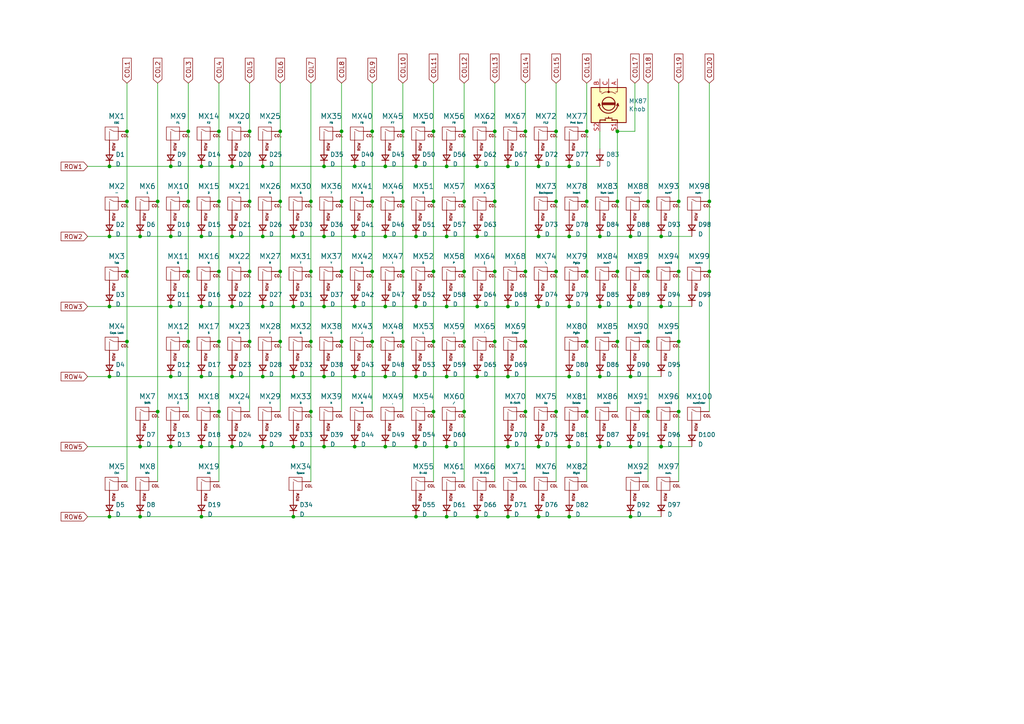
<source format=kicad_sch>
(kicad_sch (version 20211123) (generator eeschema)
  (paper "A4")
  (junction (at 330.2 0))
  (junction (at 93.98 68.58))
  (junction (at 102.87 88.9))
  (junction (at 325.12 128.27))
  (junction (at 107.95 78.74))
  (junction (at 134.62 99.06))
  (junction (at 49.53 48.26))
  (junction (at 58.42 48.26))
  (junction (at 170.18 78.74))
  (junction (at 134.62 78.74))
  (junction (at 67.31 129.54))
  (junction (at 170.18 99.06))
  (junction (at 125.73 78.74))
  (junction (at 129.54 88.9))
  (junction (at 125.73 99.06))
  (junction (at 129.54 149.86))
  (junction (at 81.28 38.1))
  (junction (at 93.98 88.9))
  (junction (at 85.09 68.58))
  (junction (at 76.2 109.22))
  (junction (at 147.32 88.9))
  (junction (at 147.32 109.22))
  (junction (at 107.95 38.1))
  (junction (at 187.96 58.42))
  (junction (at 63.5 78.74))
  (junction (at 143.51 78.74))
  (junction (at 81.28 78.74))
  (junction (at 147.32 129.54))
  (junction (at 49.53 88.9))
  (junction (at 76.2 48.26))
  (junction (at 152.4 119.38))
  (junction (at 102.87 68.58))
  (junction (at 120.65 48.26))
  (junction (at 93.98 48.26))
  (junction (at 187.96 99.06))
  (junction (at 40.64 68.58))
  (junction (at 129.54 68.58))
  (junction (at 314.96 19.05))
  (junction (at 120.65 68.58))
  (junction (at 161.29 78.74))
  (junction (at 156.21 129.54))
  (junction (at 76.2 129.54))
  (junction (at 205.74 78.74))
  (junction (at 99.06 58.42))
  (junction (at 63.5 99.06))
  (junction (at 49.53 68.58))
  (junction (at 143.51 99.06))
  (junction (at 147.32 48.26))
  (junction (at 341.63 135.89))
  (junction (at 134.62 119.38))
  (junction (at 182.88 149.86))
  (junction (at 182.88 68.58))
  (junction (at 165.1 149.86))
  (junction (at 187.96 78.74))
  (junction (at 196.85 58.42))
  (junction (at 63.5 38.1))
  (junction (at 58.42 88.9))
  (junction (at 129.54 129.54))
  (junction (at 67.31 109.22))
  (junction (at 387.35 128.27))
  (junction (at 63.5 119.38))
  (junction (at 54.61 38.1))
  (junction (at 54.61 78.74))
  (junction (at 182.88 129.54))
  (junction (at 170.18 38.1))
  (junction (at 67.31 88.9))
  (junction (at 138.43 68.58))
  (junction (at 161.29 58.42))
  (junction (at 182.88 109.22))
  (junction (at 67.31 48.26))
  (junction (at 156.21 68.58))
  (junction (at 93.98 109.22))
  (junction (at 31.75 48.26))
  (junction (at 102.87 48.26))
  (junction (at 85.09 109.22))
  (junction (at 332.74 0))
  (junction (at 85.09 88.9))
  (junction (at 165.1 48.26))
  (junction (at 36.83 38.1))
  (junction (at 125.73 119.38))
  (junction (at 134.62 38.1))
  (junction (at 67.31 68.58))
  (junction (at 307.34 102.87))
  (junction (at 165.1 109.22))
  (junction (at 116.84 78.74))
  (junction (at 116.84 58.42))
  (junction (at 99.06 99.06))
  (junction (at 107.95 58.42))
  (junction (at 161.29 119.38))
  (junction (at 85.09 149.86))
  (junction (at 120.65 129.54))
  (junction (at 31.75 149.86))
  (junction (at 179.07 99.06))
  (junction (at 72.39 58.42))
  (junction (at 138.43 149.86))
  (junction (at 334.01 156.21))
  (junction (at 179.07 58.42))
  (junction (at 138.43 48.26))
  (junction (at 152.4 99.06))
  (junction (at 76.2 88.9))
  (junction (at 165.1 88.9))
  (junction (at 173.99 68.58))
  (junction (at 49.53 129.54))
  (junction (at 170.18 119.38))
  (junction (at 111.76 129.54))
  (junction (at 36.83 58.42))
  (junction (at 152.4 78.74))
  (junction (at 90.17 99.06))
  (junction (at 111.76 88.9))
  (junction (at 72.39 99.06))
  (junction (at 170.18 58.42))
  (junction (at 205.74 58.42))
  (junction (at 102.87 129.54))
  (junction (at 90.17 78.74))
  (junction (at 120.65 149.86))
  (junction (at 81.28 99.06))
  (junction (at 173.99 129.54))
  (junction (at 179.07 38.1))
  (junction (at 85.09 129.54))
  (junction (at 54.61 58.42))
  (junction (at 152.4 38.1))
  (junction (at 36.83 99.06))
  (junction (at 334.01 135.89))
  (junction (at 40.64 149.86))
  (junction (at 341.63 128.27))
  (junction (at 93.98 129.54))
  (junction (at 191.77 129.54))
  (junction (at 111.76 109.22))
  (junction (at 173.99 109.22))
  (junction (at 403.86 135.89))
  (junction (at 81.28 58.42))
  (junction (at 72.39 38.1))
  (junction (at 90.17 119.38))
  (junction (at 138.43 109.22))
  (junction (at 107.95 99.06))
  (junction (at 116.84 99.06))
  (junction (at 58.42 149.86))
  (junction (at 143.51 38.1))
  (junction (at 120.65 88.9))
  (junction (at 58.42 68.58))
  (junction (at 173.99 88.9))
  (junction (at 334.01 148.59))
  (junction (at 187.96 119.38))
  (junction (at 156.21 48.26))
  (junction (at 165.1 129.54))
  (junction (at 90.17 58.42))
  (junction (at 58.42 129.54))
  (junction (at 196.85 99.06))
  (junction (at 31.75 109.22))
  (junction (at 49.53 109.22))
  (junction (at 125.73 38.1))
  (junction (at 72.39 78.74))
  (junction (at 334.01 128.27))
  (junction (at 36.83 78.74))
  (junction (at 191.77 88.9))
  (junction (at 179.07 78.74))
  (junction (at 161.29 38.1))
  (junction (at 76.2 68.58))
  (junction (at 111.76 48.26))
  (junction (at 120.65 109.22))
  (junction (at 182.88 88.9))
  (junction (at 63.5 58.42))
  (junction (at 31.75 68.58))
  (junction (at 330.2 -5.08))
  (junction (at 45.72 58.42))
  (junction (at 99.06 38.1))
  (junction (at 147.32 149.86))
  (junction (at 191.77 68.58))
  (junction (at 134.62 58.42))
  (junction (at 156.21 149.86))
  (junction (at 143.51 58.42))
  (junction (at 138.43 88.9))
  (junction (at 111.76 68.58))
  (junction (at 31.75 88.9))
  (junction (at 325.12 135.89))
  (junction (at 196.85 119.38))
  (junction (at 156.21 88.9))
  (junction (at 196.85 78.74))
  (junction (at 102.87 109.22))
  (junction (at 125.73 58.42))
  (junction (at 45.72 119.38))
  (junction (at 129.54 109.22))
  (junction (at 54.61 99.06))
  (junction (at 417.83 72.39))
  (junction (at 129.54 48.26))
  (junction (at 58.42 109.22))
  (junction (at 99.06 78.74))
  (junction (at 116.84 38.1))
  (junction (at 165.1 68.58))
  (junction (at 40.64 129.54))
  (no_connect (at 308.61 97.79))
  (no_connect (at 308.61 100.33))
  (no_connect (at 308.61 107.95))
  (no_connect (at 330.2 11.43))
  (no_connect (at 330.2 8.89))
  (wire (pts (xy 341.63 0) (xy 344.17 0)))
  (wire (pts (xy 156.21 149.86) (xy 165.1 149.86)))
  (wire (pts (xy 182.88 68.58) (xy 191.77 68.58)))
  (wire (pts (xy 63.5 24.13) (xy 63.5 38.1)))
  (wire (pts (xy 156.21 129.54) (xy 165.1 129.54)))
  (wire (pts (xy 415.29 72.39) (xy 417.83 72.39)))
  (wire (pts (xy 63.5 99.06) (xy 63.5 119.38)))
  (wire (pts (xy 179.07 58.42) (xy 179.07 78.74)))
  (wire (pts (xy 120.65 109.22) (xy 129.54 109.22)))
  (wire (pts (xy 138.43 88.9) (xy 147.32 88.9)))
  (wire (pts (xy 49.53 48.26) (xy 58.42 48.26)))
  (wire (pts (xy 76.2 88.9) (xy 85.09 88.9)))
  (wire (pts (xy 387.35 128.27) (xy 403.86 128.27)))
  (wire (pts (xy 31.75 48.26) (xy 49.53 48.26)))
  (wire (pts (xy 63.5 78.74) (xy 63.5 99.06)))
  (wire (pts (xy 125.73 78.74) (xy 125.73 99.06)))
  (wire (pts (xy 152.4 24.13) (xy 152.4 38.1)))
  (wire (pts (xy 179.07 38.1) (xy 184.15 38.1)))
  (wire (pts (xy 173.99 38.1) (xy 173.99 43.18)))
  (wire (pts (xy 116.84 78.74) (xy 116.84 99.06)))
  (wire (pts (xy 187.96 58.42) (xy 187.96 78.74)))
  (wire (pts (xy 170.18 119.38) (xy 170.18 139.7)))
  (wire (pts (xy 334.01 148.59) (xy 350.52 148.59)))
  (wire (pts (xy 147.32 109.22) (xy 165.1 109.22)))
  (wire (pts (xy 334.01 -5.08) (xy 330.2 -5.08)))
  (wire (pts (xy 147.32 88.9) (xy 156.21 88.9)))
  (wire (pts (xy 134.62 38.1) (xy 134.62 58.42)))
  (wire (pts (xy 67.31 109.22) (xy 76.2 109.22)))
  (wire (pts (xy 25.4 68.58) (xy 31.75 68.58)))
  (wire (pts (xy 54.61 78.74) (xy 54.61 99.06)))
  (wire (pts (xy 161.29 38.1) (xy 161.29 58.42)))
  (wire (pts (xy 143.51 99.06) (xy 143.51 139.7)))
  (wire (pts (xy 58.42 68.58) (xy 67.31 68.58)))
  (wire (pts (xy 134.62 58.42) (xy 134.62 78.74)))
  (wire (pts (xy 58.42 149.86) (xy 85.09 149.86)))
  (wire (pts (xy 93.98 129.54) (xy 102.87 129.54)))
  (wire (pts (xy 330.2 -19.05) (xy 331.47 -19.05)))
  (wire (pts (xy 67.31 129.54) (xy 76.2 129.54)))
  (wire (pts (xy 81.28 78.74) (xy 81.28 99.06)))
  (wire (pts (xy 332.74 6.35) (xy 334.01 6.35)))
  (wire (pts (xy 129.54 129.54) (xy 147.32 129.54)))
  (wire (pts (xy 116.84 24.13) (xy 116.84 38.1)))
  (wire (pts (xy 307.34 105.41) (xy 307.34 102.87)))
  (wire (pts (xy 182.88 149.86) (xy 191.77 149.86)))
  (wire (pts (xy 76.2 68.58) (xy 85.09 68.58)))
  (wire (pts (xy 341.63 6.35) (xy 344.17 6.35)))
  (wire (pts (xy 387.35 135.89) (xy 403.86 135.89)))
  (wire (pts (xy 187.96 78.74) (xy 187.96 99.06)))
  (wire (pts (xy 309.88 128.27) (xy 325.12 128.27)))
  (wire (pts (xy 99.06 99.06) (xy 99.06 119.38)))
  (wire (pts (xy 361.95 -13.97) (xy 361.95 -11.43)))
  (wire (pts (xy 102.87 129.54) (xy 111.76 129.54)))
  (wire (pts (xy 182.88 109.22) (xy 191.77 109.22)))
  (wire (pts (xy 107.95 78.74) (xy 107.95 99.06)))
  (wire (pts (xy 99.06 58.42) (xy 99.06 78.74)))
  (wire (pts (xy 308.61 105.41) (xy 307.34 105.41)))
  (wire (pts (xy 49.53 129.54) (xy 58.42 129.54)))
  (wire (pts (xy 330.2 -11.43) (xy 351.79 -11.43)))
  (wire (pts (xy 138.43 149.86) (xy 147.32 149.86)))
  (wire (pts (xy 309.88 135.89) (xy 325.12 135.89)))
  (wire (pts (xy 334.01 156.21) (xy 350.52 156.21)))
  (wire (pts (xy 364.49 97.79) (xy 375.92 97.79)))
  (wire (pts (xy 90.17 119.38) (xy 90.17 139.7)))
  (wire (pts (xy 107.95 38.1) (xy 107.95 58.42)))
  (wire (pts (xy 330.2 -13.97) (xy 361.95 -13.97)))
  (wire (pts (xy 72.39 24.13) (xy 72.39 38.1)))
  (wire (pts (xy 40.64 68.58) (xy 49.53 68.58)))
  (wire (pts (xy 63.5 58.42) (xy 63.5 78.74)))
  (wire (pts (xy 344.17 -5.08) (xy 341.63 -5.08)))
  (wire (pts (xy 72.39 99.06) (xy 72.39 119.38)))
  (wire (pts (xy 36.83 58.42) (xy 36.83 78.74)))
  (wire (pts (xy 165.1 129.54) (xy 173.99 129.54)))
  (wire (pts (xy 111.76 68.58) (xy 120.65 68.58)))
  (wire (pts (xy 165.1 109.22) (xy 173.99 109.22)))
  (wire (pts (xy 25.4 149.86) (xy 31.75 149.86)))
  (wire (pts (xy 40.64 129.54) (xy 49.53 129.54)))
  (wire (pts (xy 116.84 58.42) (xy 116.84 78.74)))
  (wire (pts (xy 67.31 88.9) (xy 76.2 88.9)))
  (wire (pts (xy 63.5 119.38) (xy 63.5 139.7)))
  (wire (pts (xy 36.83 99.06) (xy 36.83 139.7)))
  (wire (pts (xy 161.29 78.74) (xy 161.29 119.38)))
  (wire (pts (xy 325.12 128.27) (xy 334.01 128.27)))
  (wire (pts (xy 184.15 24.13) (xy 184.15 38.1)))
  (wire (pts (xy 58.42 88.9) (xy 67.31 88.9)))
  (wire (pts (xy 143.51 78.74) (xy 143.51 99.06)))
  (wire (pts (xy 93.98 48.26) (xy 102.87 48.26)))
  (wire (pts (xy 54.61 58.42) (xy 54.61 78.74)))
  (wire (pts (xy 107.95 24.13) (xy 107.95 38.1)))
  (wire (pts (xy 196.85 58.42) (xy 196.85 78.74)))
  (wire (pts (xy 161.29 24.13) (xy 161.29 38.1)))
  (wire (pts (xy 107.95 99.06) (xy 107.95 119.38)))
  (wire (pts (xy 31.75 109.22) (xy 49.53 109.22)))
  (wire (pts (xy 31.75 88.9) (xy 49.53 88.9)))
  (wire (pts (xy 81.28 99.06) (xy 81.28 119.38)))
  (wire (pts (xy 111.76 129.54) (xy 120.65 129.54)))
  (wire (pts (xy 125.73 119.38) (xy 125.73 139.7)))
  (wire (pts (xy 111.76 88.9) (xy 120.65 88.9)))
  (wire (pts (xy 173.99 129.54) (xy 182.88 129.54)))
  (wire (pts (xy 143.51 58.42) (xy 143.51 78.74)))
  (wire (pts (xy 111.76 109.22) (xy 120.65 109.22)))
  (wire (pts (xy 403.86 72.39) (xy 405.13 72.39)))
  (wire (pts (xy 318.77 148.59) (xy 334.01 148.59)))
  (wire (pts (xy 85.09 68.58) (xy 93.98 68.58)))
  (wire (pts (xy 138.43 68.58) (xy 156.21 68.58)))
  (wire (pts (xy 93.98 88.9) (xy 102.87 88.9)))
  (wire (pts (xy 334.01 128.27) (xy 341.63 128.27)))
  (wire (pts (xy 147.32 149.86) (xy 156.21 149.86)))
  (wire (pts (xy 129.54 88.9) (xy 138.43 88.9)))
  (wire (pts (xy 173.99 88.9) (xy 182.88 88.9)))
  (wire (pts (xy 330.2 0) (xy 330.2 1.27)))
  (wire (pts (xy 187.96 99.06) (xy 187.96 119.38)))
  (wire (pts (xy 125.73 99.06) (xy 125.73 119.38)))
  (wire (pts (xy 307.34 95.25) (xy 308.61 95.25)))
  (wire (pts (xy 341.63 135.89) (xy 358.14 135.89)))
  (wire (pts (xy 99.06 38.1) (xy 99.06 58.42)))
  (wire (pts (xy 125.73 38.1) (xy 125.73 58.42)))
  (wire (pts (xy 72.39 78.74) (xy 72.39 99.06)))
  (wire (pts (xy 85.09 88.9) (xy 93.98 88.9)))
  (wire (pts (xy 332.74 0) (xy 330.2 0)))
  (wire (pts (xy 102.87 109.22) (xy 111.76 109.22)))
  (wire (pts (xy 25.4 129.54) (xy 40.64 129.54)))
  (wire (pts (xy 332.74 0) (xy 332.74 6.35)))
  (wire (pts (xy 152.4 119.38) (xy 152.4 139.7)))
  (wire (pts (xy 120.65 88.9) (xy 129.54 88.9)))
  (wire (pts (xy 81.28 58.42) (xy 81.28 78.74)))
  (wire (pts (xy 394.97 72.39) (xy 396.24 72.39)))
  (wire (pts (xy 31.75 68.58) (xy 40.64 68.58)))
  (wire (pts (xy 120.65 48.26) (xy 129.54 48.26)))
  (wire (pts (xy 99.06 78.74) (xy 99.06 99.06)))
  (wire (pts (xy 334.01 135.89) (xy 341.63 135.89)))
  (wire (pts (xy 336.55 -19.05) (xy 341.63 -19.05)))
  (wire (pts (xy 330.2 -5.08) (xy 330.2 -3.81)))
  (wire (pts (xy 129.54 48.26) (xy 138.43 48.26)))
  (wire (pts (xy 58.42 109.22) (xy 67.31 109.22)))
  (wire (pts (xy 341.63 128.27) (xy 358.14 128.27)))
  (wire (pts (xy 120.65 129.54) (xy 129.54 129.54)))
  (wire (pts (xy 165.1 48.26) (xy 173.99 48.26)))
  (wire (pts (xy 25.4 48.26) (xy 31.75 48.26)))
  (wire (pts (xy 67.31 68.58) (xy 76.2 68.58)))
  (wire (pts (xy 147.32 48.26) (xy 156.21 48.26)))
  (wire (pts (xy 165.1 68.58) (xy 173.99 68.58)))
  (wire (pts (xy 152.4 78.74) (xy 152.4 99.06)))
  (wire (pts (xy 196.85 119.38) (xy 196.85 139.7)))
  (wire (pts (xy 307.34 102.87) (xy 308.61 102.87)))
  (wire (pts (xy 102.87 88.9) (xy 111.76 88.9)))
  (wire (pts (xy 90.17 58.42) (xy 90.17 78.74)))
  (wire (pts (xy 81.28 38.1) (xy 81.28 58.42)))
  (wire (pts (xy 102.87 68.58) (xy 111.76 68.58)))
  (wire (pts (xy 54.61 38.1) (xy 54.61 58.42)))
  (wire (pts (xy 187.96 119.38) (xy 187.96 139.7)))
  (wire (pts (xy 330.2 -6.35) (xy 330.2 -5.08)))
  (wire (pts (xy 129.54 68.58) (xy 138.43 68.58)))
  (wire (pts (xy 107.95 58.42) (xy 107.95 78.74)))
  (wire (pts (xy 40.64 149.86) (xy 58.42 149.86)))
  (wire (pts (xy 76.2 48.26) (xy 93.98 48.26)))
  (wire (pts (xy 72.39 58.42) (xy 72.39 78.74)))
  (wire (pts (xy 25.4 109.22) (xy 31.75 109.22)))
  (wire (pts (xy 45.72 58.42) (xy 45.72 119.38)))
  (wire (pts (xy 196.85 99.06) (xy 196.85 119.38)))
  (wire (pts (xy 134.62 99.06) (xy 134.62 119.38)))
  (wire (pts (xy 156.21 48.26) (xy 165.1 48.26)))
  (wire (pts (xy 45.72 24.13) (xy 45.72 58.42)))
  (wire (pts (xy 54.61 99.06) (xy 54.61 119.38)))
  (wire (pts (xy 58.42 48.26) (xy 67.31 48.26)))
  (wire (pts (xy 205.74 24.13) (xy 205.74 58.42)))
  (wire (pts (xy 196.85 78.74) (xy 196.85 99.06)))
  (wire (pts (xy 173.99 68.58) (xy 182.88 68.58)))
  (wire (pts (xy 85.09 149.86) (xy 120.65 149.86)))
  (wire (pts (xy 99.06 24.13) (xy 99.06 38.1)))
  (wire (pts (xy 67.31 48.26) (xy 76.2 48.26)))
  (wire (pts (xy 58.42 129.54) (xy 67.31 129.54)))
  (wire (pts (xy 93.98 68.58) (xy 102.87 68.58)))
  (wire (pts (xy 85.09 109.22) (xy 93.98 109.22)))
  (wire (pts (xy 205.74 78.74) (xy 205.74 119.38)))
  (wire (pts (xy 318.77 156.21) (xy 334.01 156.21)))
  (wire (pts (xy 90.17 78.74) (xy 90.17 99.06)))
  (wire (pts (xy 129.54 109.22) (xy 138.43 109.22)))
  (wire (pts (xy 170.18 24.13) (xy 170.18 38.1)))
  (wire (pts (xy 138.43 48.26) (xy 147.32 48.26)))
  (wire (pts (xy 165.1 88.9) (xy 173.99 88.9)))
  (wire (pts (xy 165.1 149.86) (xy 182.88 149.86)))
  (wire (pts (xy 90.17 24.13) (xy 90.17 58.42)))
  (wire (pts (xy 334.01 0) (xy 332.74 0)))
  (wire (pts (xy 325.12 135.89) (xy 334.01 135.89)))
  (wire (pts (xy 191.77 68.58) (xy 200.66 68.58)))
  (wire (pts (xy 156.21 88.9) (xy 165.1 88.9)))
  (wire (pts (xy 125.73 24.13) (xy 125.73 38.1)))
  (wire (pts (xy 179.07 78.74) (xy 179.07 99.06)))
  (wire (pts (xy 76.2 129.54) (xy 85.09 129.54)))
  (wire (pts (xy 49.53 109.22) (xy 58.42 109.22)))
  (wire (pts (xy 116.84 38.1) (xy 116.84 58.42)))
  (wire (pts (xy 170.18 99.06) (xy 170.18 119.38)))
  (wire (pts (xy 417.83 72.39) (xy 421.64 72.39)))
  (wire (pts (xy 63.5 38.1) (xy 63.5 58.42)))
  (wire (pts (xy 76.2 109.22) (xy 85.09 109.22)))
  (wire (pts (xy 152.4 99.06) (xy 152.4 119.38)))
  (wire (pts (xy 102.87 48.26) (xy 111.76 48.26)))
  (wire (pts (xy 90.17 99.06) (xy 90.17 119.38)))
  (wire (pts (xy 196.85 24.13) (xy 196.85 58.42)))
  (wire (pts (xy 138.43 109.22) (xy 147.32 109.22)))
  (wire (pts (xy 36.83 38.1) (xy 36.83 58.42)))
  (wire (pts (xy 170.18 58.42) (xy 170.18 78.74)))
  (wire (pts (xy 307.34 19.05) (xy 314.96 19.05)))
  (wire (pts (xy 182.88 88.9) (xy 191.77 88.9)))
  (wire (pts (xy 120.65 68.58) (xy 129.54 68.58)))
  (wire (pts (xy 31.75 149.86) (xy 40.64 149.86)))
  (wire (pts (xy 25.4 88.9) (xy 31.75 88.9)))
  (wire (pts (xy 116.84 99.06) (xy 116.84 119.38)))
  (wire (pts (xy 134.62 24.13) (xy 134.62 38.1)))
  (wire (pts (xy 125.73 58.42) (xy 125.73 78.74)))
  (wire (pts (xy 81.28 24.13) (xy 81.28 38.1)))
  (wire (pts (xy 191.77 129.54) (xy 200.66 129.54)))
  (wire (pts (xy 161.29 119.38) (xy 161.29 139.7)))
  (wire (pts (xy 93.98 109.22) (xy 102.87 109.22)))
  (wire (pts (xy 152.4 38.1) (xy 152.4 78.74)))
  (wire (pts (xy 134.62 78.74) (xy 134.62 99.06)))
  (wire (pts (xy 187.96 24.13) (xy 187.96 58.42)))
  (wire (pts (xy 173.99 109.22) (xy 182.88 109.22)))
  (wire (pts (xy 120.65 149.86) (xy 129.54 149.86)))
  (wire (pts (xy 36.83 78.74) (xy 36.83 99.06)))
  (wire (pts (xy 134.62 119.38) (xy 134.62 139.7)))
  (wire (pts (xy 143.51 38.1) (xy 143.51 58.42)))
  (wire (pts (xy 129.54 149.86) (xy 138.43 149.86)))
  (wire (pts (xy 191.77 88.9) (xy 200.66 88.9)))
  (wire (pts (xy 143.51 24.13) (xy 143.51 38.1)))
  (wire (pts (xy 179.07 99.06) (xy 179.07 119.38)))
  (wire (pts (xy 72.39 38.1) (xy 72.39 58.42)))
  (wire (pts (xy 49.53 88.9) (xy 58.42 88.9)))
  (wire (pts (xy 182.88 129.54) (xy 191.77 129.54)))
  (wire (pts (xy 85.09 129.54) (xy 93.98 129.54)))
  (wire (pts (xy 170.18 78.74) (xy 170.18 99.06)))
  (wire (pts (xy 179.07 38.1) (xy 179.07 58.42)))
  (wire (pts (xy 147.32 129.54) (xy 156.21 129.54)))
  (wire (pts (xy 170.18 38.1) (xy 170.18 58.42)))
  (wire (pts (xy 45.72 119.38) (xy 45.72 139.7)))
  (wire (pts (xy 330.2 -1.27) (xy 330.2 0)))
  (wire (pts (xy 54.61 24.13) (xy 54.61 38.1)))
  (wire (pts (xy 111.76 48.26) (xy 120.65 48.26)))
  (wire (pts (xy 156.21 68.58) (xy 165.1 68.58)))
  (wire (pts (xy 49.53 68.58) (xy 58.42 68.58)))
  (wire (pts (xy 161.29 58.42) (xy 161.29 78.74)))
  (wire (pts (xy 36.83 24.13) (xy 36.83 38.1)))
  (wire (pts (xy 205.74 58.42) (xy 205.74 78.74)))
  (global_label "ROW2" (shape input) (at 25.4 68.58 180) (property "Intersheet References" "${INTERSHEET_REFS}" (effects hide)))
  (global_label "ROW4" (shape input) (at 308.61 82.55 180) (property "Intersheet References" "${INTERSHEET_REFS}" (effects hide)))
  (global_label "D-" (shape input) (at 364.49 82.55 0) (property "Intersheet References" "${INTERSHEET_REFS}" (effects hide)))
  (global_label "COL10" (shape input) (at 364.49 54.61 0) (property "Intersheet References" "${INTERSHEET_REFS}" (effects hide)))
  (global_label "COL9" (shape input) (at 364.49 52.07 0) (property "Intersheet References" "${INTERSHEET_REFS}" (effects hide)))
  (global_label "COL13" (shape input) (at 364.49 67.31 0) (property "Intersheet References" "${INTERSHEET_REFS}" (effects hide)))
  (global_label "COL11" (shape input) (at 364.49 57.15 0) (property "Intersheet References" "${INTERSHEET_REFS}" (effects hide)))
  (global_label "D+" (shape input) (at 344.17 0 0) (property "Intersheet References" "${INTERSHEET_REFS}" (effects hide)))
  (global_label "D+" (shape input) (at 364.49 80.01 0) (property "Intersheet References" "${INTERSHEET_REFS}" (effects hide)))
  (global_label "RESET" (shape input) (at 308.61 87.63 180) (property "Intersheet References" "${INTERSHEET_REFS}" (effects hide)))
  (global_label "COL1" (shape input) (at 36.83 24.13 90) (property "Intersheet References" "${INTERSHEET_REFS}" (effects hide)))
  (global_label "COL6" (shape input) (at 308.61 54.61 180) (property "Intersheet References" "${INTERSHEET_REFS}" (effects hide)))
  (global_label "COL17" (shape input) (at 184.15 24.13 90) (property "Intersheet References" "${INTERSHEET_REFS}" (effects hide)))
  (global_label "CAPS" (shape input) (at 364.49 102.87 0) (property "Intersheet References" "${INTERSHEET_REFS}" (effects hide)))
  (global_label "ROW3" (shape input) (at 25.4 88.9 180) (property "Intersheet References" "${INTERSHEET_REFS}" (effects hide)))
  (global_label "COL19" (shape input) (at 364.49 92.71 0) (property "Intersheet References" "${INTERSHEET_REFS}" (effects hide)))
  (global_label "ROW2" (shape input) (at 308.61 77.47 180) (property "Intersheet References" "${INTERSHEET_REFS}" (effects hide)))
  (global_label "ROW5" (shape input) (at 25.4 129.54 180) (property "Intersheet References" "${INTERSHEET_REFS}" (effects hide)))
  (global_label "COL2" (shape input) (at 308.61 69.85 180) (property "Intersheet References" "${INTERSHEET_REFS}" (effects hide)))
  (global_label "NUMLK" (shape input) (at 364.49 105.41 0) (property "Intersheet References" "${INTERSHEET_REFS}" (effects hide)))
  (global_label "COL3" (shape input) (at 54.61 24.13 90) (property "Intersheet References" "${INTERSHEET_REFS}" (effects hide)))
  (global_label "COL16" (shape input) (at 364.49 74.93 0) (property "Intersheet References" "${INTERSHEET_REFS}" (effects hide)))
  (global_label "COL13" (shape input) (at 143.51 24.13 90) (property "Intersheet References" "${INTERSHEET_REFS}" (effects hide)))
  (global_label "ROW3" (shape input) (at 308.61 80.01 180) (property "Intersheet References" "${INTERSHEET_REFS}" (effects hide)))
  (global_label "COL11" (shape input) (at 125.73 24.13 90) (property "Intersheet References" "${INTERSHEET_REFS}" (effects hide)))
  (global_label "BADGE" (shape input) (at 364.49 107.95 0) (property "Intersheet References" "${INTERSHEET_REFS}" (effects hide)))
  (global_label "COL20" (shape input) (at 205.74 24.13 90) (property "Intersheet References" "${INTERSHEET_REFS}" (effects hide)))
  (global_label "COL6" (shape input) (at 81.28 24.13 90) (property "Intersheet References" "${INTERSHEET_REFS}" (effects hide)))
  (global_label "COL15" (shape input) (at 364.49 72.39 0) (property "Intersheet References" "${INTERSHEET_REFS}" (effects hide)))
  (global_label "COL7" (shape input) (at 90.17 24.13 90) (property "Intersheet References" "${INTERSHEET_REFS}" (effects hide)))
  (global_label "RESET" (shape input) (at 421.64 72.39 0) (property "Intersheet References" "${INTERSHEET_REFS}" (effects hide)))
  (global_label "COL15" (shape input) (at 161.29 24.13 90) (property "Intersheet References" "${INTERSHEET_REFS}" (effects hide)))
  (global_label "D-" (shape input) (at 344.17 -5.08 0) (property "Intersheet References" "${INTERSHEET_REFS}" (effects hide)))
  (global_label "COL12" (shape input) (at 364.49 64.77 0) (property "Intersheet References" "${INTERSHEET_REFS}" (effects hide)))
  (global_label "ROW5" (shape input) (at 308.61 85.09 180) (property "Intersheet References" "${INTERSHEET_REFS}" (effects hide)))
  (global_label "COL4" (shape input) (at 308.61 64.77 180) (property "Intersheet References" "${INTERSHEET_REFS}" (effects hide)))
  (global_label "DMPU" (shape input) (at 308.61 49.53 180) (property "Intersheet References" "${INTERSHEET_REFS}" (effects hide)))
  (global_label "COL18" (shape input) (at 187.96 24.13 90) (property "Intersheet References" "${INTERSHEET_REFS}" (effects hide)))
  (global_label "ROW4" (shape input) (at 25.4 109.22 180) (property "Intersheet References" "${INTERSHEET_REFS}" (effects hide)))
  (global_label "COL14" (shape input) (at 364.49 69.85 0) (property "Intersheet References" "${INTERSHEET_REFS}" (effects hide)))
  (global_label "COL18" (shape input) (at 364.49 90.17 0) (property "Intersheet References" "${INTERSHEET_REFS}" (effects hide)))
  (global_label "COL9" (shape input) (at 107.95 24.13 90) (property "Intersheet References" "${INTERSHEET_REFS}" (effects hide)))
  (global_label "COL17" (shape input) (at 364.49 77.47 0) (property "Intersheet References" "${INTERSHEET_REFS}" (effects hide)))
  (global_label "ROW1" (shape input) (at 308.61 74.93 180) (property "Intersheet References" "${INTERSHEET_REFS}" (effects hide)))
  (global_label "COL20" (shape input) (at 364.49 95.25 0) (property "Intersheet References" "${INTERSHEET_REFS}" (effects hide)))
  (global_label "COL3" (shape input) (at 308.61 67.31 180) (property "Intersheet References" "${INTERSHEET_REFS}" (effects hide)))
  (global_label "COL5" (shape input) (at 308.61 62.23 180) (property "Intersheet References" "${INTERSHEET_REFS}" (effects hide)))
  (global_label "COL2" (shape input) (at 45.72 24.13 90) (property "Intersheet References" "${INTERSHEET_REFS}" (effects hide)))
  (global_label "COL14" (shape input) (at 152.4 24.13 90) (property "Intersheet References" "${INTERSHEET_REFS}" (effects hide)))
  (global_label "COL5" (shape input) (at 72.39 24.13 90) (property "Intersheet References" "${INTERSHEET_REFS}" (effects hide)))
  (global_label "COL19" (shape input) (at 196.85 24.13 90) (property "Intersheet References" "${INTERSHEET_REFS}" (effects hide)))
  (global_label "ROW6" (shape input) (at 25.4 149.86 180) (property "Intersheet References" "${INTERSHEET_REFS}" (effects hide)))
  (global_label "ROW1" (shape input) (at 25.4 48.26 180) (property "Intersheet References" "${INTERSHEET_REFS}" (effects hide)))
  (global_label "DMPU" (shape input) (at 344.17 6.35 0) (property "Intersheet References" "${INTERSHEET_REFS}" (effects hide)))
  (global_label "COL12" (shape input) (at 134.62 24.13 90) (property "Intersheet References" "${INTERSHEET_REFS}" (effects hide)))
  (global_label "ROW6" (shape input) (at 308.61 90.17 180) (property "Intersheet References" "${INTERSHEET_REFS}" (effects hide)))
  (global_label "COL8" (shape input) (at 364.49 49.53 0) (property "Intersheet References" "${INTERSHEET_REFS}" (effects hide)))
  (global_label "COL10" (shape input) (at 116.84 24.13 90) (property "Intersheet References" "${INTERSHEET_REFS}" (effects hide)))
  (global_label "COL4" (shape input) (at 63.5 24.13 90) (property "Intersheet References" "${INTERSHEET_REFS}" (effects hide)))
  (global_label "COL1" (shape input) (at 308.61 72.39 180) (property "Intersheet References" "${INTERSHEET_REFS}" (effects hide)))
  (global_label "COL16" (shape input) (at 170.18 24.13 90) (property "Intersheet References" "${INTERSHEET_REFS}" (effects hide)))
  (global_label "COL7" (shape input) (at 308.61 52.07 180) (property "Intersheet References" "${INTERSHEET_REFS}" (effects hide)))
  (global_label "COL8" (shape input) (at 99.06 24.13 90) (property "Intersheet References" "${INTERSHEET_REFS}" (effects hide)))
  (symbol (lib_id "Workeeb-rescue:MX-NoLED-MX_Alps_Hybrid") (at 33.02 59.69 0) (unit 1)
    (property "Reference" "MX2" (at 33.8582 54.0258 0) (effects (font (size 1.524 1.524))))
    (property "Value" "~~" (at 33.8582 55.9054 0) (effects (font (size 0.508 0.508))))
    (property "Footprint" "MX_Only:MXOnly-1U-NoLED" (effects hide))
  )
  (symbol (lib_id "Workeeb-rescue:MX-NoLED-MX_Alps_Hybrid") (at 41.91 59.69 0) (unit 1)
    (property "Reference" "MX6" (at 42.7482 54.0258 0) (effects (font (size 1.524 1.524))))
    (property "Value" "1" (at 42.7482 55.9054 0) (effects (font (size 0.508 0.508))))
    (property "Footprint" "MX_Only:MXOnly-1U-NoLED" (effects hide))
  )
  (symbol (lib_id "Workeeb-rescue:MX-NoLED-MX_Alps_Hybrid") (at 59.69 59.69 0) (unit 1)
    (property "Reference" "MX15" (at 60.5282 54.0258 0) (effects (font (size 1.524 1.524))))
    (property "Value" "3" (at 60.5282 55.9054 0) (effects (font (size 0.508 0.508))))
    (property "Footprint" "MX_Only:MXOnly-1U-NoLED" (effects hide))
  )
  (symbol (lib_id "Workeeb-rescue:MX-NoLED-MX_Alps_Hybrid") (at 50.8 59.69 0) (unit 1)
    (property "Reference" "MX10" (at 51.6382 54.0258 0) (effects (font (size 1.524 1.524))))
    (property "Value" "2" (at 51.6382 55.9054 0) (effects (font (size 0.508 0.508))))
    (property "Footprint" "MX_Only:MXOnly-1U-NoLED" (effects hide))
  )
  (symbol (lib_id "Workeeb-rescue:MX-NoLED-MX_Alps_Hybrid") (at 77.47 59.69 0) (unit 1)
    (property "Reference" "MX26" (at 78.3082 54.0258 0) (effects (font (size 1.524 1.524))))
    (property "Value" "5" (at 78.3082 55.9054 0) (effects (font (size 0.508 0.508))))
    (property "Footprint" "MX_Only:MXOnly-1U-NoLED" (effects hide))
  )
  (symbol (lib_id "Workeeb-rescue:MX-NoLED-MX_Alps_Hybrid") (at 68.58 59.69 0) (unit 1)
    (property "Reference" "MX21" (at 69.4182 54.0258 0) (effects (font (size 1.524 1.524))))
    (property "Value" "4" (at 69.4182 55.9054 0) (effects (font (size 0.508 0.508))))
    (property "Footprint" "MX_Only:MXOnly-1U-NoLED" (effects hide))
  )
  (symbol (lib_id "Workeeb-rescue:MX-NoLED-MX_Alps_Hybrid") (at 95.25 59.69 0) (unit 1)
    (property "Reference" "MX36" (at 96.0882 54.0258 0) (effects (font (size 1.524 1.524))))
    (property "Value" "7" (at 96.0882 55.9054 0) (effects (font (size 0.508 0.508))))
    (property "Footprint" "MX_Only:MXOnly-1U-NoLED" (effects hide))
  )
  (symbol (lib_id "Workeeb-rescue:MX-NoLED-MX_Alps_Hybrid") (at 86.36 59.69 0) (unit 1)
    (property "Reference" "MX30" (at 87.1982 54.0258 0) (effects (font (size 1.524 1.524))))
    (property "Value" "6" (at 87.1982 55.9054 0) (effects (font (size 0.508 0.508))))
    (property "Footprint" "MX_Only:MXOnly-1U-NoLED" (effects hide))
  )
  (symbol (lib_id "Workeeb-rescue:MX-NoLED-MX_Alps_Hybrid") (at 104.14 59.69 0) (unit 1)
    (property "Reference" "MX41" (at 104.9782 54.0258 0) (effects (font (size 1.524 1.524))))
    (property "Value" "8" (at 104.9782 55.9054 0) (effects (font (size 0.508 0.508))))
    (property "Footprint" "MX_Only:MXOnly-1U-NoLED" (effects hide))
  )
  (symbol (lib_id "Workeeb-rescue:MX-NoLED-MX_Alps_Hybrid") (at 121.92 59.69 0) (unit 1)
    (property "Reference" "MX51" (at 122.7582 54.0258 0) (effects (font (size 1.524 1.524))))
    (property "Value" "0" (at 122.7582 55.9054 0) (effects (font (size 0.508 0.508))))
    (property "Footprint" "MX_Only:MXOnly-1U-NoLED" (effects hide))
  )
  (symbol (lib_id "Workeeb-rescue:MX-NoLED-MX_Alps_Hybrid") (at 113.03 59.69 0) (unit 1)
    (property "Reference" "MX46" (at 113.8682 54.0258 0) (effects (font (size 1.524 1.524))))
    (property "Value" "9" (at 113.8682 55.9054 0) (effects (font (size 0.508 0.508))))
    (property "Footprint" "MX_Only:MXOnly-1U-NoLED" (effects hide))
  )
  (symbol (lib_id "Workeeb-rescue:MX-NoLED-MX_Alps_Hybrid") (at 139.7 59.69 0) (unit 1)
    (property "Reference" "MX63" (at 140.5382 54.0258 0) (effects (font (size 1.524 1.524))))
    (property "Value" "=" (at 140.5382 55.9054 0) (effects (font (size 0.508 0.508))))
    (property "Footprint" "MX_Only:MXOnly-1U-NoLED" (effects hide))
  )
  (symbol (lib_id "Workeeb-rescue:MX-NoLED-MX_Alps_Hybrid") (at 130.81 59.69 0) (unit 1)
    (property "Reference" "MX57" (at 131.6482 54.0258 0) (effects (font (size 1.524 1.524))))
    (property "Value" "-" (at 131.6482 55.9054 0) (effects (font (size 0.508 0.508))))
    (property "Footprint" "MX_Only:MXOnly-1U-NoLED" (effects hide))
  )
  (symbol (lib_id "Workeeb-rescue:MX-NoLED-MX_Alps_Hybrid") (at 157.48 39.37 0) (unit 1)
    (property "Reference" "MX72" (at 158.3182 33.7058 0) (effects (font (size 1.524 1.524))))
    (property "Value" "F12" (at 158.3182 35.5854 0) (effects (font (size 0.508 0.508))))
    (property "Footprint" "MX_Only:MXOnly-1U-NoLED" (effects hide))
  )
  (symbol (lib_id "Workeeb-rescue:MX-NoLED-MX_Alps_Hybrid") (at 148.59 39.37 0) (unit 1)
    (property "Reference" "MX67" (at 149.4282 33.7058 0) (effects (font (size 1.524 1.524))))
    (property "Value" "F11" (at 149.4282 35.5854 0) (effects (font (size 0.508 0.508))))
    (property "Footprint" "MX_Only:MXOnly-1U-NoLED" (effects hide))
  )
  (symbol (lib_id "Workeeb-rescue:MX-NoLED-MX_Alps_Hybrid") (at 157.48 59.69 0) (unit 1)
    (property "Reference" "MX73" (at 158.3182 54.0258 0) (effects (font (size 1.524 1.524))))
    (property "Value" "Backspace" (at 158.3182 55.9054 0) (effects (font (size 0.508 0.508))))
    (property "Footprint" "MX_Only:MXOnly-2U-NoLED" (effects hide))
  )
  (symbol (lib_id "Workeeb-rescue:MX-NoLED-MX_Alps_Hybrid") (at 50.8 80.01 0) (unit 1)
    (property "Reference" "MX11" (at 51.6382 74.3458 0) (effects (font (size 1.524 1.524))))
    (property "Value" "Q" (at 51.6382 76.2254 0) (effects (font (size 0.508 0.508))))
    (property "Footprint" "MX_Only:MXOnly-1U-NoLED" (effects hide))
  )
  (symbol (lib_id "Workeeb-rescue:MX-NoLED-MX_Alps_Hybrid") (at 33.02 80.01 0) (unit 1)
    (property "Reference" "MX3" (at 33.8582 74.3458 0) (effects (font (size 1.524 1.524))))
    (property "Value" "Tab" (at 33.8582 76.2254 0) (effects (font (size 0.508 0.508))))
    (property "Footprint" "MX_Only:MXOnly-1.5U-NoLED" (effects hide))
  )
  (symbol (lib_id "Workeeb-rescue:MX-NoLED-MX_Alps_Hybrid") (at 68.58 80.01 0) (unit 1)
    (property "Reference" "MX22" (at 69.4182 74.3458 0) (effects (font (size 1.524 1.524))))
    (property "Value" "E" (at 69.4182 76.2254 0) (effects (font (size 0.508 0.508))))
    (property "Footprint" "MX_Only:MXOnly-1U-NoLED" (effects hide))
  )
  (symbol (lib_id "Workeeb-rescue:MX-NoLED-MX_Alps_Hybrid") (at 59.69 80.01 0) (unit 1)
    (property "Reference" "MX16" (at 60.5282 74.3458 0) (effects (font (size 1.524 1.524))))
    (property "Value" "W" (at 60.5282 76.2254 0) (effects (font (size 0.508 0.508))))
    (property "Footprint" "MX_Only:MXOnly-1U-NoLED" (effects hide))
  )
  (symbol (lib_id "Workeeb-rescue:MX-NoLED-MX_Alps_Hybrid") (at 86.36 80.01 0) (unit 1)
    (property "Reference" "MX31" (at 87.1982 74.3458 0) (effects (font (size 1.524 1.524))))
    (property "Value" "T" (at 87.1982 76.2254 0) (effects (font (size 0.508 0.508))))
    (property "Footprint" "MX_Only:MXOnly-1U-NoLED" (effects hide))
  )
  (symbol (lib_id "Workeeb-rescue:MX-NoLED-MX_Alps_Hybrid") (at 77.47 80.01 0) (unit 1)
    (property "Reference" "MX27" (at 78.3082 74.3458 0) (effects (font (size 1.524 1.524))))
    (property "Value" "R" (at 78.3082 76.2254 0) (effects (font (size 0.508 0.508))))
    (property "Footprint" "MX_Only:MXOnly-1U-NoLED" (effects hide))
  )
  (symbol (lib_id "Workeeb-rescue:MX-NoLED-MX_Alps_Hybrid") (at 104.14 80.01 0) (unit 1)
    (property "Reference" "MX42" (at 104.9782 74.3458 0) (effects (font (size 1.524 1.524))))
    (property "Value" "U" (at 104.9782 76.2254 0) (effects (font (size 0.508 0.508))))
    (property "Footprint" "MX_Only:MXOnly-1U-NoLED" (effects hide))
  )
  (symbol (lib_id "Workeeb-rescue:MX-NoLED-MX_Alps_Hybrid") (at 95.25 80.01 0) (unit 1)
    (property "Reference" "MX37" (at 96.0882 74.3458 0) (effects (font (size 1.524 1.524))))
    (property "Value" "Y" (at 96.0882 76.2254 0) (effects (font (size 0.508 0.508))))
    (property "Footprint" "MX_Only:MXOnly-1U-NoLED" (effects hide))
  )
  (symbol (lib_id "Workeeb-rescue:MX-NoLED-MX_Alps_Hybrid") (at 113.03 80.01 0) (unit 1)
    (property "Reference" "MX47" (at 113.8682 74.3458 0) (effects (font (size 1.524 1.524))))
    (property "Value" "I" (at 113.8682 76.2254 0) (effects (font (size 0.508 0.508))))
    (property "Footprint" "MX_Only:MXOnly-1U-NoLED" (effects hide))
  )
  (symbol (lib_id "Workeeb-rescue:MX-NoLED-MX_Alps_Hybrid") (at 130.81 80.01 0) (unit 1)
    (property "Reference" "MX58" (at 131.6482 74.3458 0) (effects (font (size 1.524 1.524))))
    (property "Value" "P" (at 131.6482 76.2254 0) (effects (font (size 0.508 0.508))))
    (property "Footprint" "MX_Only:MXOnly-1U-NoLED" (effects hide))
  )
  (symbol (lib_id "Workeeb-rescue:MX-NoLED-MX_Alps_Hybrid") (at 121.92 80.01 0) (unit 1)
    (property "Reference" "MX52" (at 122.7582 74.3458 0) (effects (font (size 1.524 1.524))))
    (property "Value" "O" (at 122.7582 76.2254 0) (effects (font (size 0.508 0.508))))
    (property "Footprint" "MX_Only:MXOnly-1U-NoLED" (effects hide))
  )
  (symbol (lib_id "Workeeb-rescue:MX-NoLED-MX_Alps_Hybrid") (at 148.59 80.01 0) (unit 1)
    (property "Reference" "MX68" (at 149.4282 74.3458 0) (effects (font (size 1.524 1.524))))
    (property "Value" "]" (at 149.4282 76.2254 0) (effects (font (size 0.508 0.508))))
    (property "Footprint" "MX_Only:MXOnly-1U-NoLED" (effects hide))
  )
  (symbol (lib_id "Workeeb-rescue:MX-NoLED-MX_Alps_Hybrid") (at 139.7 80.01 0) (unit 1)
    (property "Reference" "MX64" (at 140.5382 74.3458 0) (effects (font (size 1.524 1.524))))
    (property "Value" "[" (at 140.5382 76.2254 0) (effects (font (size 0.508 0.508))))
    (property "Footprint" "MX_Only:MXOnly-1U-NoLED" (effects hide))
  )
  (symbol (lib_id "Workeeb-rescue:MX-NoLED-MX_Alps_Hybrid") (at 157.48 80.01 0) (unit 1)
    (property "Reference" "MX74" (at 158.3182 74.3458 0) (effects (font (size 1.524 1.524))))
    (property "Value" "\\" (at 158.3182 76.2254 0) (effects (font (size 0.508 0.508))))
    (property "Footprint" "MX_Only:MXOnly-1.5U-NoLED" (effects hide))
  )
  (symbol (lib_id "Workeeb-rescue:MX-NoLED-MX_Alps_Hybrid") (at 33.02 100.33 0) (unit 1)
    (property "Reference" "MX4" (at 33.8582 94.6658 0) (effects (font (size 1.524 1.524))))
    (property "Value" "Caps Lock" (at 33.8582 96.5454 0) (effects (font (size 0.508 0.508))))
    (property "Footprint" "MX_Only:MXOnly-1.75U-NoLED" (effects hide))
  )
  (symbol (lib_id "Workeeb-rescue:MX-NoLED-MX_Alps_Hybrid") (at 86.36 100.33 0) (unit 1)
    (property "Reference" "MX32" (at 87.1982 94.6658 0) (effects (font (size 1.524 1.524))))
    (property "Value" "G" (at 87.1982 96.5454 0) (effects (font (size 0.508 0.508))))
    (property "Footprint" "MX_Only:MXOnly-1U-NoLED" (effects hide))
  )
  (symbol (lib_id "Workeeb-rescue:MX-NoLED-MX_Alps_Hybrid") (at 104.14 100.33 0) (unit 1)
    (property "Reference" "MX43" (at 104.9782 94.6658 0) (effects (font (size 1.524 1.524))))
    (property "Value" "J" (at 104.9782 96.5454 0) (effects (font (size 0.508 0.508))))
    (property "Footprint" "MX_Only:MXOnly-1U-NoLED" (effects hide))
  )
  (symbol (lib_id "Workeeb-rescue:MX-NoLED-MX_Alps_Hybrid") (at 95.25 100.33 0) (unit 1)
    (property "Reference" "MX38" (at 96.0882 94.6658 0) (effects (font (size 1.524 1.524))))
    (property "Value" "H" (at 96.0882 96.5454 0) (effects (font (size 0.508 0.508))))
    (property "Footprint" "MX_Only:MXOnly-1U-NoLED" (effects hide))
  )
  (symbol (lib_id "Workeeb-rescue:MX-NoLED-MX_Alps_Hybrid") (at 113.03 100.33 0) (unit 1)
    (property "Reference" "MX48" (at 113.8682 94.6658 0) (effects (font (size 1.524 1.524))))
    (property "Value" "K" (at 113.8682 96.5454 0) (effects (font (size 0.508 0.508))))
    (property "Footprint" "MX_Only:MXOnly-1U-NoLED" (effects hide))
  )
  (symbol (lib_id "Workeeb-rescue:MX-NoLED-MX_Alps_Hybrid") (at 130.81 100.33 0) (unit 1)
    (property "Reference" "MX59" (at 131.6482 94.6658 0) (effects (font (size 1.524 1.524))))
    (property "Value" ";" (at 131.6482 96.5454 0) (effects (font (size 0.508 0.508))))
    (property "Footprint" "MX_Only:MXOnly-1U-NoLED" (effects hide))
  )
  (symbol (lib_id "Workeeb-rescue:MX-NoLED-MX_Alps_Hybrid") (at 121.92 100.33 0) (unit 1)
    (property "Reference" "MX53" (at 122.7582 94.6658 0) (effects (font (size 1.524 1.524))))
    (property "Value" "L" (at 122.7582 96.5454 0) (effects (font (size 0.508 0.508))))
    (property "Footprint" "MX_Only:MXOnly-1U-NoLED" (effects hide))
  )
  (symbol (lib_id "Workeeb-rescue:MX-NoLED-MX_Alps_Hybrid") (at 148.59 100.33 0) (unit 1)
    (property "Reference" "MX69" (at 149.4282 94.6658 0) (effects (font (size 1.524 1.524))))
    (property "Value" "Enter" (at 149.4282 96.5454 0) (effects (font (size 0.508 0.508))))
    (property "Footprint" "MX_Only:MXOnly-2.25U-NoLED" (effects hide))
  )
  (symbol (lib_id "Workeeb-rescue:MX-NoLED-MX_Alps_Hybrid") (at 139.7 100.33 0) (unit 1)
    (property "Reference" "MX65" (at 140.5382 94.6658 0) (effects (font (size 1.524 1.524))))
    (property "Value" "'" (at 140.5382 96.5454 0) (effects (font (size 0.508 0.508))))
    (property "Footprint" "MX_Only:MXOnly-1U-NoLED" (effects hide))
  )
  (symbol (lib_id "Workeeb-rescue:MX-NoLED-MX_Alps_Hybrid") (at 77.47 100.33 0) (unit 1)
    (property "Reference" "MX28" (at 78.3082 94.6658 0) (effects (font (size 1.524 1.524))))
    (property "Value" "F" (at 78.3082 96.5454 0) (effects (font (size 0.508 0.508))))
    (property "Footprint" "MX_Only:MXOnly-1U-NoLED" (effects hide))
  )
  (symbol (lib_id "Workeeb-rescue:MX-NoLED-MX_Alps_Hybrid") (at 59.69 100.33 0) (unit 1)
    (property "Reference" "MX17" (at 60.5282 94.6658 0) (effects (font (size 1.524 1.524))))
    (property "Value" "S" (at 60.5282 96.5454 0) (effects (font (size 0.508 0.508))))
    (property "Footprint" "MX_Only:MXOnly-1U-NoLED" (effects hide))
  )
  (symbol (lib_id "Workeeb-rescue:MX-NoLED-MX_Alps_Hybrid") (at 68.58 100.33 0) (unit 1)
    (property "Reference" "MX23" (at 69.4182 94.6658 0) (effects (font (size 1.524 1.524))))
    (property "Value" "D" (at 69.4182 96.5454 0) (effects (font (size 0.508 0.508))))
    (property "Footprint" "MX_Only:MXOnly-1U-NoLED" (effects hide))
  )
  (symbol (lib_id "Workeeb-rescue:MX-NoLED-MX_Alps_Hybrid") (at 50.8 100.33 0) (unit 1)
    (property "Reference" "MX12" (at 51.6382 94.6658 0) (effects (font (size 1.524 1.524))))
    (property "Value" "A" (at 51.6382 96.5454 0) (effects (font (size 0.508 0.508))))
    (property "Footprint" "MX_Only:MXOnly-1U-NoLED" (effects hide))
  )
  (symbol (lib_id "Workeeb-rescue:MX-NoLED-MX_Alps_Hybrid") (at 86.36 120.65 0) (unit 1)
    (property "Reference" "MX33" (at 87.1982 114.9858 0) (effects (font (size 1.524 1.524))))
    (property "Value" "B" (at 87.1982 116.8654 0) (effects (font (size 0.508 0.508))))
    (property "Footprint" "MX_Only:MXOnly-1U-NoLED" (effects hide))
  )
  (symbol (lib_id "Workeeb-rescue:MX-NoLED-MX_Alps_Hybrid") (at 104.14 120.65 0) (unit 1)
    (property "Reference" "MX44" (at 104.9782 114.9858 0) (effects (font (size 1.524 1.524))))
    (property "Value" "M" (at 104.9782 116.8654 0) (effects (font (size 0.508 0.508))))
    (property "Footprint" "MX_Only:MXOnly-1U-NoLED" (effects hide))
  )
  (symbol (lib_id "Workeeb-rescue:MX-NoLED-MX_Alps_Hybrid") (at 95.25 120.65 0) (unit 1)
    (property "Reference" "MX39" (at 96.0882 114.9858 0) (effects (font (size 1.524 1.524))))
    (property "Value" "N" (at 96.0882 116.8654 0) (effects (font (size 0.508 0.508))))
    (property "Footprint" "MX_Only:MXOnly-1U-NoLED" (effects hide))
  )
  (symbol (lib_id "Workeeb-rescue:MX-NoLED-MX_Alps_Hybrid") (at 113.03 120.65 0) (unit 1)
    (property "Reference" "MX49" (at 113.8682 114.9858 0) (effects (font (size 1.524 1.524))))
    (property "Value" "," (at 113.8682 116.8654 0) (effects (font (size 0.508 0.508))))
    (property "Footprint" "MX_Only:MXOnly-1U-NoLED" (effects hide))
  )
  (symbol (lib_id "Workeeb-rescue:MX-NoLED-MX_Alps_Hybrid") (at 130.81 120.65 0) (unit 1)
    (property "Reference" "MX60" (at 131.6482 114.9858 0) (effects (font (size 1.524 1.524))))
    (property "Value" "/" (at 131.6482 116.8654 0) (effects (font (size 0.508 0.508))))
    (property "Footprint" "MX_Only:MXOnly-1U-NoLED" (effects hide))
  )
  (symbol (lib_id "Workeeb-rescue:MX-NoLED-MX_Alps_Hybrid") (at 121.92 120.65 0) (unit 1)
    (property "Reference" "MX54" (at 122.7582 114.9858 0) (effects (font (size 1.524 1.524))))
    (property "Value" "." (at 122.7582 116.8654 0) (effects (font (size 0.508 0.508))))
    (property "Footprint" "MX_Only:MXOnly-1U-NoLED" (effects hide))
  )
  (symbol (lib_id "Workeeb-rescue:MX-NoLED-MX_Alps_Hybrid") (at 148.59 120.65 0) (unit 1)
    (property "Reference" "MX70" (at 149.4282 114.9858 0) (effects (font (size 1.524 1.524))))
    (property "Value" "R-Shift" (at 149.4282 116.8654 0) (effects (font (size 0.508 0.508))))
    (property "Footprint" "MX_Only:MXOnly-1.75U-NoLED" (effects hide))
  )
  (symbol (lib_id "Workeeb-rescue:MX-NoLED-MX_Alps_Hybrid") (at 77.47 120.65 0) (unit 1)
    (property "Reference" "MX29" (at 78.3082 114.9858 0) (effects (font (size 1.524 1.524))))
    (property "Value" "V" (at 78.3082 116.8654 0) (effects (font (size 0.508 0.508))))
    (property "Footprint" "MX_Only:MXOnly-1U-NoLED" (effects hide))
  )
  (symbol (lib_id "Workeeb-rescue:MX-NoLED-MX_Alps_Hybrid") (at 59.69 120.65 0) (unit 1)
    (property "Reference" "MX18" (at 60.5282 114.9858 0) (effects (font (size 1.524 1.524))))
    (property "Value" "X" (at 60.5282 116.8654 0) (effects (font (size 0.508 0.508))))
    (property "Footprint" "MX_Only:MXOnly-1U-NoLED" (effects hide))
  )
  (symbol (lib_id "Workeeb-rescue:MX-NoLED-MX_Alps_Hybrid") (at 68.58 120.65 0) (unit 1)
    (property "Reference" "MX24" (at 69.4182 114.9858 0) (effects (font (size 1.524 1.524))))
    (property "Value" "C" (at 69.4182 116.8654 0) (effects (font (size 0.508 0.508))))
    (property "Footprint" "MX_Only:MXOnly-1U-NoLED" (effects hide))
  )
  (symbol (lib_id "Workeeb-rescue:MX-NoLED-MX_Alps_Hybrid") (at 50.8 120.65 0) (unit 1)
    (property "Reference" "MX13" (at 51.6382 114.9858 0) (effects (font (size 1.524 1.524))))
    (property "Value" "Z" (at 51.6382 116.8654 0) (effects (font (size 0.508 0.508))))
    (property "Footprint" "MX_Only:MXOnly-1U-NoLED" (effects hide))
  )
  (symbol (lib_id "Workeeb-rescue:MX-NoLED-MX_Alps_Hybrid") (at 41.91 120.65 0) (unit 1)
    (property "Reference" "MX7" (at 42.7482 114.9858 0) (effects (font (size 1.524 1.524))))
    (property "Value" "Shift" (at 42.7482 116.8654 0) (effects (font (size 0.508 0.508))))
    (property "Footprint" "MX_Only:MXOnly-2.25U-NoLED" (effects hide))
  )
  (symbol (lib_id "Workeeb-rescue:MX-NoLED-MX_Alps_Hybrid") (at 157.48 120.65 0) (unit 1)
    (property "Reference" "MX75" (at 158.3182 114.9858 0) (effects (font (size 1.524 1.524))))
    (property "Value" "Up" (at 158.3182 116.8654 0) (effects (font (size 0.508 0.508))))
    (property "Footprint" "MX_Only:MXOnly-1U-NoLED" (effects hide))
  )
  (symbol (lib_id "Workeeb-rescue:MX-NoLED-MX_Alps_Hybrid") (at 33.02 140.97 0) (unit 1)
    (property "Reference" "MX5" (at 33.8582 135.3058 0) (effects (font (size 1.524 1.524))))
    (property "Value" "Ctrl" (at 33.8582 137.1854 0) (effects (font (size 0.508 0.508))))
    (property "Footprint" "MX_Only:MXOnly-1.25U-NoLED" (effects hide))
  )
  (symbol (lib_id "Workeeb-rescue:MX-NoLED-MX_Alps_Hybrid") (at 41.91 140.97 0) (unit 1)
    (property "Reference" "MX8" (at 42.7482 135.3058 0) (effects (font (size 1.524 1.524))))
    (property "Value" "Win" (at 42.7482 137.1854 0) (effects (font (size 0.508 0.508))))
    (property "Footprint" "MX_Only:MXOnly-1.25U-NoLED" (effects hide))
  )
  (symbol (lib_id "Workeeb-rescue:MX-NoLED-MX_Alps_Hybrid") (at 59.69 140.97 0) (unit 1)
    (property "Reference" "MX19" (at 60.5282 135.3058 0) (effects (font (size 1.524 1.524))))
    (property "Value" "Alt" (at 60.5282 137.1854 0) (effects (font (size 0.508 0.508))))
    (property "Footprint" "MX_Only:MXOnly-1.25U-NoLED" (effects hide))
  )
  (symbol (lib_id "Workeeb-rescue:MX-NoLED-MX_Alps_Hybrid") (at 86.36 140.97 0) (unit 1)
    (property "Reference" "MX34" (at 87.1982 135.3058 0) (effects (font (size 1.524 1.524))))
    (property "Value" "Space" (at 87.1982 137.1854 0) (effects (font (size 0.508 0.508))))
    (property "Footprint" "MX_Only:MXOnly-6.25U-NoLED" (effects hide))
  )
  (symbol (lib_id "Workeeb-rescue:MX-NoLED-MX_Alps_Hybrid") (at 121.92 140.97 0) (unit 1)
    (property "Reference" "MX55" (at 122.7582 135.3058 0) (effects (font (size 1.524 1.524))))
    (property "Value" "R-Alt" (at 122.7582 137.1854 0) (effects (font (size 0.508 0.508))))
    (property "Footprint" "MX_Only:MXOnly-1U-NoLED" (effects hide))
  )
  (symbol (lib_id "Workeeb-rescue:MX-NoLED-MX_Alps_Hybrid") (at 130.81 140.97 0) (unit 1)
    (property "Reference" "MX61" (at 131.6482 135.3058 0) (effects (font (size 1.524 1.524))))
    (property "Value" "Fn" (at 131.6482 137.1854 0) (effects (font (size 0.508 0.508))))
    (property "Footprint" "MX_Only:MXOnly-1U-NoLED" (effects hide))
  )
  (symbol (lib_id "Workeeb-rescue:MX-NoLED-MX_Alps_Hybrid") (at 139.7 140.97 0) (unit 1)
    (property "Reference" "MX66" (at 140.5382 135.3058 0) (effects (font (size 1.524 1.524))))
    (property "Value" "R-Ctrl" (at 140.5382 137.1854 0) (effects (font (size 0.508 0.508))))
    (property "Footprint" "MX_Only:MXOnly-1U-NoLED" (effects hide))
  )
  (symbol (lib_id "Workeeb-rescue:MX-NoLED-MX_Alps_Hybrid") (at 157.48 140.97 0) (unit 1)
    (property "Reference" "MX76" (at 158.3182 135.3058 0) (effects (font (size 1.524 1.524))))
    (property "Value" "Down" (at 158.3182 137.1854 0) (effects (font (size 0.508 0.508))))
    (property "Footprint" "MX_Only:MXOnly-1U-NoLED" (effects hide))
  )
  (symbol (lib_id "Workeeb-rescue:MX-NoLED-MX_Alps_Hybrid") (at 148.59 140.97 0) (unit 1)
    (property "Reference" "MX71" (at 149.4282 135.3058 0) (effects (font (size 1.524 1.524))))
    (property "Value" "Left" (at 149.4282 137.1854 0) (effects (font (size 0.508 0.508))))
    (property "Footprint" "MX_Only:MXOnly-1U-NoLED" (effects hide))
  )
  (symbol (lib_id "Workeeb-rescue:MX-NoLED-MX_Alps_Hybrid") (at 139.7 39.37 0) (unit 1)
    (property "Reference" "MX62" (at 140.5382 33.7058 0) (effects (font (size 1.524 1.524))))
    (property "Value" "F10" (at 140.5382 35.5854 0) (effects (font (size 0.508 0.508))))
    (property "Footprint" "MX_Only:MXOnly-1U-NoLED" (effects hide))
  )
  (symbol (lib_id "Workeeb-rescue:MX-NoLED-MX_Alps_Hybrid") (at 130.81 39.37 0) (unit 1)
    (property "Reference" "MX56" (at 131.6482 33.7058 0) (effects (font (size 1.524 1.524))))
    (property "Value" "F9" (at 131.6482 35.5854 0) (effects (font (size 0.508 0.508))))
    (property "Footprint" "MX_Only:MXOnly-1U-NoLED" (effects hide))
  )
  (symbol (lib_id "Workeeb-rescue:MX-NoLED-MX_Alps_Hybrid") (at 121.92 39.37 0) (unit 1)
    (property "Reference" "MX50" (at 122.7582 33.7058 0) (effects (font (size 1.524 1.524))))
    (property "Value" "F8" (at 122.7582 35.5854 0) (effects (font (size 0.508 0.508))))
    (property "Footprint" "MX_Only:MXOnly-1U-NoLED" (effects hide))
  )
  (symbol (lib_id "Workeeb-rescue:MX-NoLED-MX_Alps_Hybrid") (at 113.03 39.37 0) (unit 1)
    (property "Reference" "MX45" (at 113.8682 33.7058 0) (effects (font (size 1.524 1.524))))
    (property "Value" "F7" (at 113.8682 35.5854 0) (effects (font (size 0.508 0.508))))
    (property "Footprint" "MX_Only:MXOnly-1U-NoLED" (effects hide))
  )
  (symbol (lib_id "Workeeb-rescue:MX-NoLED-MX_Alps_Hybrid") (at 104.14 39.37 0) (unit 1)
    (property "Reference" "MX40" (at 104.9782 33.7058 0) (effects (font (size 1.524 1.524))))
    (property "Value" "F6" (at 104.9782 35.5854 0) (effects (font (size 0.508 0.508))))
    (property "Footprint" "MX_Only:MXOnly-1U-NoLED" (effects hide))
  )
  (symbol (lib_id "Workeeb-rescue:MX-NoLED-MX_Alps_Hybrid") (at 95.25 39.37 0) (unit 1)
    (property "Reference" "MX35" (at 96.0882 33.7058 0) (effects (font (size 1.524 1.524))))
    (property "Value" "F5" (at 96.0882 35.5854 0) (effects (font (size 0.508 0.508))))
    (property "Footprint" "MX_Only:MXOnly-1U-NoLED" (effects hide))
  )
  (symbol (lib_id "Workeeb-rescue:MX-NoLED-MX_Alps_Hybrid") (at 77.47 39.37 0) (unit 1)
    (property "Reference" "MX25" (at 78.3082 33.7058 0) (effects (font (size 1.524 1.524))))
    (property "Value" "F4" (at 78.3082 35.5854 0) (effects (font (size 0.508 0.508))))
    (property "Footprint" "MX_Only:MXOnly-1U-NoLED" (effects hide))
  )
  (symbol (lib_id "Workeeb-rescue:MX-NoLED-MX_Alps_Hybrid") (at 68.58 39.37 0) (unit 1)
    (property "Reference" "MX20" (at 69.4182 33.7058 0) (effects (font (size 1.524 1.524))))
    (property "Value" "F3" (at 69.4182 35.5854 0) (effects (font (size 0.508 0.508))))
    (property "Footprint" "MX_Only:MXOnly-1U-NoLED" (effects hide))
  )
  (symbol (lib_id "Workeeb-rescue:MX-NoLED-MX_Alps_Hybrid") (at 59.69 39.37 0) (unit 1)
    (property "Reference" "MX14" (at 60.5282 33.7058 0) (effects (font (size 1.524 1.524))))
    (property "Value" "F2" (at 60.5282 35.5854 0) (effects (font (size 0.508 0.508))))
    (property "Footprint" "MX_Only:MXOnly-1U-NoLED" (effects hide))
  )
  (symbol (lib_id "Workeeb-rescue:MX-NoLED-MX_Alps_Hybrid") (at 50.8 39.37 0) (unit 1)
    (property "Reference" "MX9" (at 51.6382 33.7058 0) (effects (font (size 1.524 1.524))))
    (property "Value" "F1" (at 51.6382 35.5854 0) (effects (font (size 0.508 0.508))))
    (property "Footprint" "MX_Only:MXOnly-1U-NoLED" (effects hide))
  )
  (symbol (lib_id "Workeeb-rescue:MX-NoLED-MX_Alps_Hybrid") (at 33.02 39.37 0) (unit 1)
    (property "Reference" "MX1" (at 33.8582 33.7058 0) (effects (font (size 1.524 1.524))))
    (property "Value" "ESC" (at 33.8582 35.5854 0) (effects (font (size 0.508 0.508))))
    (property "Footprint" "MX_Only:MXOnly-1U-NoLED" (effects hide))
  )
  (symbol (lib_id "Workeeb-rescue:MX-NoLED-MX_Alps_Hybrid") (at 166.37 39.37 0) (unit 1)
    (property "Reference" "MX77" (at 167.2082 33.7058 0) (effects (font (size 1.524 1.524))))
    (property "Value" "Prnt Scrn" (at 167.2082 35.5854 0) (effects (font (size 0.508 0.508))))
    (property "Footprint" "MX_Only:MXOnly-1U-NoLED" (effects hide))
  )
  (symbol (lib_id "Workeeb-rescue:MX-NoLED-MX_Alps_Hybrid") (at 166.37 59.69 0) (unit 1)
    (property "Reference" "MX78" (at 167.2082 54.0258 0) (effects (font (size 1.524 1.524))))
    (property "Value" "Insert" (at 167.2082 55.9054 0) (effects (font (size 0.508 0.508))))
    (property "Footprint" "MX_Only:MXOnly-1U-NoLED" (effects hide))
  )
  (symbol (lib_id "Workeeb-rescue:MX-NoLED-MX_Alps_Hybrid") (at 166.37 80.01 0) (unit 1)
    (property "Reference" "MX79" (at 167.2082 74.3458 0) (effects (font (size 1.524 1.524))))
    (property "Value" "PgUp" (at 167.2082 76.2254 0) (effects (font (size 0.508 0.508))))
    (property "Footprint" "MX_Only:MXOnly-1U-NoLED" (effects hide))
  )
  (symbol (lib_id "Workeeb-rescue:MX-NoLED-MX_Alps_Hybrid") (at 166.37 100.33 0) (unit 1)
    (property "Reference" "MX80" (at 167.2082 94.6658 0) (effects (font (size 1.524 1.524))))
    (property "Value" "PgDn" (at 167.2082 96.5454 0) (effects (font (size 0.508 0.508))))
    (property "Footprint" "MX_Only:MXOnly-1U-NoLED" (effects hide))
  )
  (symbol (lib_id "Workeeb-rescue:MX-NoLED-MX_Alps_Hybrid") (at 166.37 120.65 0) (unit 1)
    (property "Reference" "MX81" (at 167.2082 114.9858 0) (effects (font (size 1.524 1.524))))
    (property "Value" "Delete" (at 167.2082 116.8654 0) (effects (font (size 0.508 0.508))))
    (property "Footprint" "MX_Only:MXOnly-1U-NoLED" (effects hide))
  )
  (symbol (lib_id "Workeeb-rescue:MX-NoLED-MX_Alps_Hybrid") (at 166.37 140.97 0) (unit 1)
    (property "Reference" "MX82" (at 167.2082 135.3058 0) (effects (font (size 1.524 1.524))))
    (property "Value" "Right" (at 167.2082 137.1854 0) (effects (font (size 0.508 0.508))))
    (property "Footprint" "MX_Only:MXOnly-1U-NoLED" (effects hide))
  )
  (symbol (lib_id "Workeeb-rescue:MX-NoLED-MX_Alps_Hybrid") (at 175.26 59.69 0) (unit 1)
    (property "Reference" "MX83" (at 176.0982 54.0258 0) (effects (font (size 1.524 1.524))))
    (property "Value" "Num Lock" (at 176.0982 55.9054 0) (effects (font (size 0.508 0.508))))
    (property "Footprint" "MX_Only:MXOnly-1U-NoLED" (effects hide))
  )
  (symbol (lib_id "Workeeb-rescue:MX-NoLED-MX_Alps_Hybrid") (at 175.26 80.01 0) (unit 1)
    (property "Reference" "MX84" (at 176.0982 74.3458 0) (effects (font (size 1.524 1.524))))
    (property "Value" "num7" (at 176.0982 76.2254 0) (effects (font (size 0.508 0.508))))
    (property "Footprint" "MX_Only:MXOnly-1U-NoLED" (effects hide))
  )
  (symbol (lib_id "Workeeb-rescue:MX-NoLED-MX_Alps_Hybrid") (at 175.26 100.33 0) (unit 1)
    (property "Reference" "MX85" (at 176.0982 94.6658 0) (effects (font (size 1.524 1.524))))
    (property "Value" "num4" (at 176.0982 96.5454 0) (effects (font (size 0.508 0.508))))
    (property "Footprint" "MX_Only:MXOnly-1U-NoLED" (effects hide))
  )
  (symbol (lib_id "Workeeb-rescue:MX-NoLED-MX_Alps_Hybrid") (at 175.26 120.65 0) (unit 1)
    (property "Reference" "MX86" (at 176.0982 114.9858 0) (effects (font (size 1.524 1.524))))
    (property "Value" "num1" (at 176.0982 116.8654 0) (effects (font (size 0.508 0.508))))
    (property "Footprint" "MX_Only:MXOnly-1U-NoLED" (effects hide))
  )
  (symbol (lib_id "Workeeb-rescue:MX-NoLED-MX_Alps_Hybrid") (at 184.15 59.69 0) (unit 1)
    (property "Reference" "MX88" (at 184.9882 54.0258 0) (effects (font (size 1.524 1.524))))
    (property "Value" "num/" (at 184.9882 55.9054 0) (effects (font (size 0.508 0.508))))
    (property "Footprint" "MX_Only:MXOnly-1U-NoLED" (effects hide))
  )
  (symbol (lib_id "Workeeb-rescue:MX-NoLED-MX_Alps_Hybrid") (at 184.15 80.01 0) (unit 1)
    (property "Reference" "MX89" (at 184.9882 74.3458 0) (effects (font (size 1.524 1.524))))
    (property "Value" "num8" (at 184.9882 76.2254 0) (effects (font (size 0.508 0.508))))
    (property "Footprint" "MX_Only:MXOnly-1U-NoLED" (effects hide))
  )
  (symbol (lib_id "Workeeb-rescue:MX-NoLED-MX_Alps_Hybrid") (at 184.15 100.33 0) (unit 1)
    (property "Reference" "MX90" (at 184.9882 94.6658 0) (effects (font (size 1.524 1.524))))
    (property "Value" "num5" (at 184.9882 96.5454 0) (effects (font (size 0.508 0.508))))
    (property "Footprint" "MX_Only:MXOnly-1U-NoLED" (effects hide))
  )
  (symbol (lib_id "Workeeb-rescue:MX-NoLED-MX_Alps_Hybrid") (at 184.15 120.65 0) (unit 1)
    (property "Reference" "MX91" (at 184.9882 114.9858 0) (effects (font (size 1.524 1.524))))
    (property "Value" "num2" (at 184.9882 116.8654 0) (effects (font (size 0.508 0.508))))
    (property "Footprint" "MX_Only:MXOnly-1U-NoLED" (effects hide))
  )
  (symbol (lib_id "Workeeb-rescue:MX-NoLED-MX_Alps_Hybrid") (at 184.15 140.97 0) (unit 1)
    (property "Reference" "MX92" (at 184.9882 135.3058 0) (effects (font (size 1.524 1.524))))
    (property "Value" "num0" (at 184.9882 137.1854 0) (effects (font (size 0.508 0.508))))
    (property "Footprint" "MX_Only:MXOnly-2U-NoLED" (effects hide))
  )
  (symbol (lib_id "Workeeb-rescue:MX-NoLED-MX_Alps_Hybrid") (at 193.04 59.69 0) (unit 1)
    (property "Reference" "MX93" (at 193.8782 54.0258 0) (effects (font (size 1.524 1.524))))
    (property "Value" "num*" (at 193.8782 55.9054 0) (effects (font (size 0.508 0.508))))
    (property "Footprint" "MX_Only:MXOnly-1U-NoLED" (effects hide))
  )
  (symbol (lib_id "Workeeb-rescue:MX-NoLED-MX_Alps_Hybrid") (at 193.04 80.01 0) (unit 1)
    (property "Reference" "MX94" (at 193.8782 74.3458 0) (effects (font (size 1.524 1.524))))
    (property "Value" "num9" (at 193.8782 76.2254 0) (effects (font (size 0.508 0.508))))
    (property "Footprint" "MX_Only:MXOnly-1U-NoLED" (effects hide))
  )
  (symbol (lib_id "Workeeb-rescue:MX-NoLED-MX_Alps_Hybrid") (at 193.04 100.33 0) (unit 1)
    (property "Reference" "MX95" (at 193.8782 94.6658 0) (effects (font (size 1.524 1.524))))
    (property "Value" "num6" (at 193.8782 96.5454 0) (effects (font (size 0.508 0.508))))
    (property "Footprint" "MX_Only:MXOnly-1U-NoLED" (effects hide))
  )
  (symbol (lib_id "Workeeb-rescue:MX-NoLED-MX_Alps_Hybrid") (at 193.04 120.65 0) (unit 1)
    (property "Reference" "MX96" (at 193.8782 114.9858 0) (effects (font (size 1.524 1.524))))
    (property "Value" "num3" (at 193.8782 116.8654 0) (effects (font (size 0.508 0.508))))
    (property "Footprint" "MX_Only:MXOnly-1U-NoLED" (effects hide))
  )
  (symbol (lib_id "Workeeb-rescue:MX-NoLED-MX_Alps_Hybrid") (at 193.04 140.97 0) (unit 1)
    (property "Reference" "MX97" (at 193.8782 135.3058 0) (effects (font (size 1.524 1.524))))
    (property "Value" "num." (at 193.8782 137.1854 0) (effects (font (size 0.508 0.508))))
    (property "Footprint" "MX_Only:MXOnly-1U-NoLED" (effects hide))
  )
  (symbol (lib_id "Workeeb-rescue:MX-NoLED-MX_Alps_Hybrid") (at 201.93 59.69 0) (unit 1)
    (property "Reference" "MX98" (at 202.7682 54.0258 0) (effects (font (size 1.524 1.524))))
    (property "Value" "num-" (at 202.7682 55.9054 0) (effects (font (size 0.508 0.508))))
    (property "Footprint" "MX_Only:MXOnly-1U-NoLED" (effects hide))
  )
  (symbol (lib_id "Workeeb-rescue:MX-NoLED-MX_Alps_Hybrid") (at 201.93 80.01 0) (unit 1)
    (property "Reference" "MX99" (at 202.7682 74.3458 0) (effects (font (size 1.524 1.524))))
    (property "Value" "num+" (at 202.7682 76.2254 0) (effects (font (size 0.508 0.508))))
    (property "Footprint" "MX_Only:MXOnly-2U-VerticalStabilizers-NoLED" (effects hide))
  )
  (symbol (lib_id "Workeeb-rescue:MX-NoLED-MX_Alps_Hybrid") (at 201.93 120.65 0) (unit 1)
    (property "Reference" "MX100" (at 202.7682 114.9858 0) (effects (font (size 1.524 1.524))))
    (property "Value" "numEnter" (at 202.7682 116.8654 0) (effects (font (size 0.508 0.508))))
    (property "Footprint" "MX_Only:MXOnly-2U-VerticalStabilizers-NoLED" (effects hide))
  )
  (symbol (lib_id "Device:Rotary_Encoder_Switch") (at 176.53 30.48 270) (unit 1)
    (property "Reference" "MX87" (at 182.372 29.3116 90) (effects (justify left)))
    (property "Value" "Knob" (at 182.372 31.623 90) (effects (justify left)))
    (property "Footprint" "Rotary_Encoder:RotaryEncoder_Alps_EC12E-Switch_Vertical_H20mm" (effects hide))
  )
  (symbol (lib_id "Device:D_Small") (at 165.1 127 90) (unit 1)
    (property "Reference" "D81" (at 166.878 126.0915 90) (effects (justify right)))
    (property "Value" "D" (at 166.878 128.8666 90) (effects (justify right)))
    (property "Footprint" "Diode_SMD:D_SOD-123" (effects hide))
  )
  (symbol (lib_id "power:VDD") (at 334.01 128.27 0) (unit 1)
    (property "Reference" "#PWR07" (effects hide))
    (property "Value" "VDD" (at 334.01 123.19 0))
  )
  (symbol (lib_id "Device:C") (at 387.35 152.4 0) (unit 1)
    (property "Reference" "C_DEC2" (at 391.16 151.1299 0) (effects (justify left)))
    (property "Value" "1uF" (at 391.16 153.67 0) (effects (justify left)))
    (property "Footprint" "Capacitor_SMD:C_0402_1005Metric" (effects hide))
  )
  (symbol (lib_id "power:GND") (at 406.4 156.21 0) (unit 1)
    (property "Reference" "#PWR026" (effects hide))
    (property "Value" "GND" (at 406.4 160.6534 0))
  )
  (symbol (lib_id "Device:D_Small") (at 156.21 45.72 90) (unit 1)
    (property "Reference" "D72" (at 157.988 44.8115 90) (effects (justify right)))
    (property "Value" "D" (at 157.988 47.5866 90) (effects (justify right)))
    (property "Footprint" "Diode_SMD:D_SOD-123" (effects hide))
  )
  (symbol (lib_id "Device:D_Small") (at 31.75 66.04 90) (unit 1)
    (property "Reference" "D2" (at 33.528 65.1315 90) (effects (justify right)))
    (property "Value" "D" (at 33.528 67.9066 90) (effects (justify right)))
    (property "Footprint" "Diode_SMD:D_SOD-123" (effects hide))
  )
  (symbol (lib_id "Device:D_Small") (at 173.99 127 90) (unit 1)
    (property "Reference" "D87" (at 175.768 126.0915 90) (effects (justify right)))
    (property "Value" "D" (at 175.768 128.8666 90) (effects (justify right)))
    (property "Footprint" "Diode_SMD:D_SOD-123" (effects hide))
  )
  (symbol (lib_id "Device:D_Small") (at 200.66 86.36 90) (unit 1)
    (property "Reference" "D99" (at 202.438 85.4515 90) (effects (justify right)))
    (property "Value" "D" (at 202.438 88.2266 90) (effects (justify right)))
    (property "Footprint" "Diode_SMD:D_SOD-123" (effects hide))
  )
  (symbol (lib_id "Device:D_Small") (at 40.64 127 90) (unit 1)
    (property "Reference" "D7" (at 42.418 126.0915 90) (effects (justify right)))
    (property "Value" "D" (at 42.418 128.8666 90) (effects (justify right)))
    (property "Footprint" "Diode_SMD:D_SOD-123" (effects hide))
  )
  (symbol (lib_id "Device:D_Small") (at 138.43 147.32 90) (unit 1)
    (property "Reference" "D66" (at 140.208 146.4115 90) (effects (justify right)))
    (property "Value" "D" (at 140.208 149.1866 90) (effects (justify right)))
    (property "Footprint" "Diode_SMD:D_SOD-123" (effects hide))
  )
  (symbol (lib_id "Device:D_Small") (at 147.32 45.72 90) (unit 1)
    (property "Reference" "D67" (at 149.098 44.8115 90) (effects (justify right)))
    (property "Value" "D" (at 149.098 47.5866 90) (effects (justify right)))
    (property "Footprint" "Diode_SMD:D_SOD-123" (effects hide))
  )
  (symbol (lib_id "Device:D_Small") (at 165.1 66.04 90) (unit 1)
    (property "Reference" "D78" (at 166.878 65.1315 90) (effects (justify right)))
    (property "Value" "D" (at 166.878 67.9066 90) (effects (justify right)))
    (property "Footprint" "Diode_SMD:D_SOD-123" (effects hide))
  )
  (symbol (lib_id "Device:D_Small") (at 102.87 127 90) (unit 1)
    (property "Reference" "D44" (at 104.648 126.0915 90) (effects (justify right)))
    (property "Value" "D" (at 104.648 128.8666 90) (effects (justify right)))
    (property "Footprint" "Diode_SMD:D_SOD-123" (effects hide))
  )
  (symbol (lib_id "Device:D_Small") (at 111.76 66.04 90) (unit 1)
    (property "Reference" "D46" (at 113.538 65.1315 90) (effects (justify right)))
    (property "Value" "D" (at 113.538 67.9066 90) (effects (justify right)))
    (property "Footprint" "Diode_SMD:D_SOD-123" (effects hide))
  )
  (symbol (lib_id "power:GND") (at 403.86 135.89 0) (unit 1)
    (property "Reference" "#PWR0102" (effects hide))
    (property "Value" "GND" (at 403.86 140.3334 0))
  )
  (symbol (lib_id "Device:D_Small") (at 76.2 106.68 90) (unit 1)
    (property "Reference" "D28" (at 77.978 105.7715 90) (effects (justify right)))
    (property "Value" "D" (at 77.978 108.5466 90) (effects (justify right)))
    (property "Footprint" "Diode_SMD:D_SOD-123" (effects hide))
  )
  (symbol (lib_id "Device:D_Small") (at 49.53 45.72 90) (unit 1)
    (property "Reference" "D9" (at 51.308 44.8115 90) (effects (justify right)))
    (property "Value" "D" (at 51.308 47.5866 90) (effects (justify right)))
    (property "Footprint" "Diode_SMD:D_SOD-123" (effects hide))
  )
  (symbol (lib_id "Device:D_Small") (at 165.1 106.68 90) (unit 1)
    (property "Reference" "D80" (at 166.878 105.7715 90) (effects (justify right)))
    (property "Value" "D" (at 166.878 108.5466 90) (effects (justify right)))
    (property "Footprint" "Diode_SMD:D_SOD-123" (effects hide))
  )
  (symbol (lib_id "Device:D_Small") (at 40.64 147.32 90) (unit 1)
    (property "Reference" "D8" (at 42.418 146.4115 90) (effects (justify right)))
    (property "Value" "D" (at 42.418 149.1866 90) (effects (justify right)))
    (property "Footprint" "Diode_SMD:D_SOD-123" (effects hide))
  )
  (symbol (lib_id "Device:D_Small") (at 147.32 147.32 90) (unit 1)
    (property "Reference" "D71" (at 149.098 146.4115 90) (effects (justify right)))
    (property "Value" "D" (at 149.098 149.1866 90) (effects (justify right)))
    (property "Footprint" "Diode_SMD:D_SOD-123" (effects hide))
  )
  (symbol (lib_id "Device:D_Small") (at 76.2 66.04 90) (unit 1)
    (property "Reference" "D26" (at 77.978 65.1315 90) (effects (justify right)))
    (property "Value" "D" (at 77.978 67.9066 90) (effects (justify right)))
    (property "Footprint" "Diode_SMD:D_SOD-123" (effects hide))
  )
  (symbol (lib_id "Device:LED") (at 450.85 111.76 180) (unit 1)
    (property "Reference" "D102" (at 452.4375 105.9012 0))
    (property "Value" "LED" (at 452.4375 108.4381 0))
    (property "Footprint" "LED_SMD:LED_1206_3216Metric_Pad1.42x1.75mm_HandSolder" (effects hide))
  )
  (symbol (lib_id "Device:D_Small") (at 102.87 45.72 90) (unit 1)
    (property "Reference" "D40" (at 104.648 44.8115 90) (effects (justify right)))
    (property "Value" "D" (at 104.648 47.5866 90) (effects (justify right)))
    (property "Footprint" "Diode_SMD:D_SOD-123" (effects hide))
  )
  (symbol (lib_id "Device:D_Small") (at 182.88 86.36 90) (unit 1)
    (property "Reference" "D89" (at 184.658 85.4515 90) (effects (justify right)))
    (property "Value" "D" (at 184.658 88.2266 90) (effects (justify right)))
    (property "Footprint" "Diode_SMD:D_SOD-123" (effects hide))
  )
  (symbol (lib_id "Device:D_Small") (at 165.1 86.36 90) (unit 1)
    (property "Reference" "D79" (at 166.878 85.4515 90) (effects (justify right)))
    (property "Value" "D" (at 166.878 88.2266 90) (effects (justify right)))
    (property "Footprint" "Diode_SMD:D_SOD-123" (effects hide))
  )
  (symbol (lib_id "Device:D_Small") (at 147.32 127 90) (unit 1)
    (property "Reference" "D70" (at 149.098 126.0915 90) (effects (justify right)))
    (property "Value" "D" (at 149.098 128.8666 90) (effects (justify right)))
    (property "Footprint" "Diode_SMD:D_SOD-123" (effects hide))
  )
  (symbol (lib_id "Device:D_Small") (at 76.2 86.36 90) (unit 1)
    (property "Reference" "D27" (at 77.978 85.4515 90) (effects (justify right)))
    (property "Value" "D" (at 77.978 88.2266 90) (effects (justify right)))
    (property "Footprint" "Diode_SMD:D_SOD-123" (effects hide))
  )
  (symbol (lib_id "power:GND") (at 334.01 156.21 0) (unit 1)
    (property "Reference" "#PWR010" (effects hide))
    (property "Value" "GND" (at 334.01 160.6534 0))
  )
  (symbol (lib_id "Device:D_Small") (at 129.54 127 90) (unit 1)
    (property "Reference" "D60" (at 131.318 126.0915 90) (effects (justify right)))
    (property "Value" "D" (at 131.318 128.8666 90) (effects (justify right)))
    (property "Footprint" "Diode_SMD:D_SOD-123" (effects hide))
  )
  (symbol (lib_id "Device:D_Small") (at 200.66 127 90) (unit 1)
    (property "Reference" "D100" (at 202.438 126.0915 90) (effects (justify right)))
    (property "Value" "D" (at 202.438 128.8666 90) (effects (justify right)))
    (property "Footprint" "Diode_SMD:D_SOD-123" (effects hide))
  )
  (symbol (lib_id "power:VDD") (at 425.45 148.59 0) (unit 1)
    (property "Reference" "#PWR028" (effects hide))
    (property "Value" "VDD" (at 425.45 143.51 0))
  )
  (symbol (lib_id "Device:D_Small") (at 120.65 147.32 90) (unit 1)
    (property "Reference" "D55" (at 122.428 146.4115 90) (effects (justify right)))
    (property "Value" "D" (at 122.428 149.1866 90) (effects (justify right)))
    (property "Footprint" "Diode_SMD:D_SOD-123" (effects hide))
  )
  (symbol (lib_id "Device:D_Small") (at 191.77 127 90) (unit 1)
    (property "Reference" "D96" (at 193.548 126.0915 90) (effects (justify right)))
    (property "Value" "D" (at 193.548 128.8666 90) (effects (justify right)))
    (property "Footprint" "Diode_SMD:D_SOD-123" (effects hide))
  )
  (symbol (lib_id "Device:D_Small") (at 49.53 127 90) (unit 1)
    (property "Reference" "D13" (at 51.308 126.0915 90) (effects (justify right)))
    (property "Value" "D" (at 51.308 128.8666 90) (effects (justify right)))
    (property "Footprint" "Diode_SMD:D_SOD-123" (effects hide))
  )
  (symbol (lib_id "power:GND") (at 361.95 -3.81 0) (unit 1)
    (property "Reference" "#PWR013" (effects hide))
    (property "Value" "GND" (at 361.95 0.6334 0))
  )
  (symbol (lib_id "Device:D_Small") (at 67.31 127 90) (unit 1)
    (property "Reference" "D24" (at 69.088 126.0915 90) (effects (justify right)))
    (property "Value" "D" (at 69.088 128.8666 90) (effects (justify right)))
    (property "Footprint" "Diode_SMD:D_SOD-123" (effects hide))
  )
  (symbol (lib_id "power:GND") (at 334.01 135.89 0) (unit 1)
    (property "Reference" "#PWR08" (effects hide))
    (property "Value" "GND" (at 334.01 140.3334 0))
  )
  (symbol (lib_id "Device:R") (at 337.82 -5.08 90) (unit 1)
    (property "Reference" "R_D-1" (at 337.82 -7.62 90))
    (property "Value" "15" (at 337.82 -5.08 90))
    (property "Footprint" "Resistor_SMD:R_0805_2012Metric" (effects hide))
  )
  (symbol (lib_id "Device:D_Small") (at 173.99 66.04 90) (unit 1)
    (property "Reference" "D84" (at 175.768 65.1315 90) (effects (justify right)))
    (property "Value" "D" (at 175.768 67.9066 90) (effects (justify right)))
    (property "Footprint" "Diode_SMD:D_SOD-123" (effects hide))
  )
  (symbol (lib_id "Device:D_Small") (at 67.31 66.04 90) (unit 1)
    (property "Reference" "D21" (at 69.088 65.1315 90) (effects (justify right)))
    (property "Value" "D" (at 69.088 67.9066 90) (effects (justify right)))
    (property "Footprint" "Diode_SMD:D_SOD-123" (effects hide))
  )
  (symbol (lib_id "power:GND") (at 314.96 19.05 0) (unit 1)
    (property "Reference" "#PWR06" (effects hide))
    (property "Value" "GND" (at 314.96 23.4934 0))
  )
  (symbol (lib_id "Device:D_Small") (at 138.43 106.68 90) (unit 1)
    (property "Reference" "D65" (at 140.208 105.7715 90) (effects (justify right)))
    (property "Value" "D" (at 140.208 108.5466 90) (effects (justify right)))
    (property "Footprint" "Diode_SMD:D_SOD-123" (effects hide))
  )
  (symbol (lib_id "Device:D_Small") (at 111.76 106.68 90) (unit 1)
    (property "Reference" "D48" (at 113.538 105.7715 90) (effects (justify right)))
    (property "Value" "D" (at 113.538 108.5466 90) (effects (justify right)))
    (property "Footprint" "Diode_SMD:D_SOD-123" (effects hide))
  )
  (symbol (lib_id "power:VDD") (at 387.35 148.59 0) (unit 1)
    (property "Reference" "#PWR022" (effects hide))
    (property "Value" "VDD" (at 387.35 143.51 0))
  )
  (symbol (lib_id "Device:D_Small") (at 156.21 86.36 90) (unit 1)
    (property "Reference" "D74" (at 157.988 85.4515 90) (effects (justify right)))
    (property "Value" "D" (at 157.988 88.2266 90) (effects (justify right)))
    (property "Footprint" "Diode_SMD:D_SOD-123" (effects hide))
  )
  (symbol (lib_id "Device:D_Small") (at 129.54 147.32 90) (unit 1)
    (property "Reference" "D61" (at 131.318 146.4115 90) (effects (justify right)))
    (property "Value" "D" (at 131.318 149.1866 90) (effects (justify right)))
    (property "Footprint" "Diode_SMD:D_SOD-123" (effects hide))
  )
  (symbol (lib_id "Device:D_Small") (at 120.65 45.72 90) (unit 1)
    (property "Reference" "D50" (at 122.428 44.8115 90) (effects (justify right)))
    (property "Value" "D" (at 122.428 47.5866 90) (effects (justify right)))
    (property "Footprint" "Diode_SMD:D_SOD-123" (effects hide))
  )
  (symbol (lib_id "Device:D_Small") (at 93.98 45.72 90) (unit 1)
    (property "Reference" "D35" (at 95.758 44.8115 90) (effects (justify right)))
    (property "Value" "D" (at 95.758 47.5866 90) (effects (justify right)))
    (property "Footprint" "Diode_SMD:D_SOD-123" (effects hide))
  )
  (symbol (lib_id "Device:D_Small") (at 120.65 66.04 90) (unit 1)
    (property "Reference" "D51" (at 122.428 65.1315 90) (effects (justify right)))
    (property "Value" "D" (at 122.428 67.9066 90) (effects (justify right)))
    (property "Footprint" "Diode_SMD:D_SOD-123" (effects hide))
  )
  (symbol (lib_id "power:VDD") (at 334.01 148.59 0) (unit 1)
    (property "Reference" "#PWR09" (effects hide))
    (property "Value" "VDD" (at 334.01 143.51 0))
  )
  (symbol (lib_id "Device:D_Small") (at 182.88 127 90) (unit 1)
    (property "Reference" "D91" (at 184.658 126.0915 90) (effects (justify right)))
    (property "Value" "D" (at 184.658 128.8666 90) (effects (justify right)))
    (property "Footprint" "Diode_SMD:D_SOD-123" (effects hide))
  )
  (symbol (lib_id "power:GND") (at 308.61 59.69 270) (unit 1)
    (property "Reference" "#PWR04" (effects hide))
    (property "Value" "GND" (at 304.8 59.6899 90) (effects (justify right)))
  )
  (symbol (lib_id "Device:C_Small") (at 375.92 100.33 0) (unit 1)
    (property "Reference" "C_DEC1" (at 378.46 99.0662 0) (effects (justify left)))
    (property "Value" "1uF" (at 378.46 101.6062 0) (effects (justify left)))
    (property "Footprint" "Capacitor_SMD:C_0402_1005Metric" (effects hide))
  )
  (symbol (lib_id "power:VBUS") (at 364.49 87.63 270) (unit 1)
    (property "Reference" "#PWR017" (effects hide))
    (property "Value" "VBUS" (at 368.3 87.63 90) (effects (justify left)))
  )
  (symbol (lib_id "Device:D_Small") (at 129.54 86.36 90) (unit 1)
    (property "Reference" "D58" (at 131.318 85.4515 90) (effects (justify right)))
    (property "Value" "D" (at 131.318 88.2266 90) (effects (justify right)))
    (property "Footprint" "Diode_SMD:D_SOD-123" (effects hide))
  )
  (symbol (lib_id "Device:D_Small") (at 200.66 66.04 90) (unit 1)
    (property "Reference" "D98" (at 202.438 65.1315 90) (effects (justify right)))
    (property "Value" "D" (at 202.438 67.9066 90) (effects (justify right)))
    (property "Footprint" "Diode_SMD:D_SOD-123" (effects hide))
  )
  (symbol (lib_id "Device:C") (at 309.88 132.08 0) (unit 1)
    (property "Reference" "C_IOVDD0" (at 313.69 130.8099 0) (effects (justify left)))
    (property "Value" "10uF" (at 313.69 133.35 0) (effects (justify left)))
    (property "Footprint" "Capacitor_SMD:C_0402_1005Metric" (effects hide))
  )
  (symbol (lib_id "Device:C") (at 341.63 132.08 0) (unit 1)
    (property "Reference" "C_IOVDD_3" (at 345.44 130.8099 0) (effects (justify left)))
    (property "Value" "0.1uF" (at 345.44 133.3499 0) (effects (justify left)))
    (property "Footprint" "Capacitor_SMD:C_0402_1005Metric" (effects hide))
  )
  (symbol (lib_id "Device:D_Small") (at 165.1 45.72 90) (unit 1)
    (property "Reference" "D77" (at 166.878 44.8115 90) (effects (justify right)))
    (property "Value" "D" (at 166.878 47.5866 90) (effects (justify right)))
    (property "Footprint" "Diode_SMD:D_SOD-123" (effects hide))
  )
  (symbol (lib_id "Device:C") (at 334.01 152.4 0) (unit 1)
    (property "Reference" "C_AVDD_0" (at 337.82 151.1299 0) (effects (justify left)))
    (property "Value" "10nF" (at 337.82 153.6699 0) (effects (justify left)))
    (property "Footprint" "Capacitor_SMD:C_0402_1005Metric" (effects hide))
  )
  (symbol (lib_id "Device:D_Small") (at 111.76 86.36 90) (unit 1)
    (property "Reference" "D47" (at 113.538 85.4515 90) (effects (justify right)))
    (property "Value" "D" (at 113.538 88.2266 90) (effects (justify right)))
    (property "Footprint" "Diode_SMD:D_SOD-123" (effects hide))
  )
  (symbol (lib_id "Device:D_Small") (at 111.76 127 90) (unit 1)
    (property "Reference" "D49" (at 113.538 126.0915 90) (effects (justify right)))
    (property "Value" "D" (at 113.538 128.8666 90) (effects (justify right)))
    (property "Footprint" "Diode_SMD:D_SOD-123" (effects hide))
  )
  (symbol (lib_id "Device:C") (at 387.35 132.08 0) (unit 1)
    (property "Reference" "C_DREG2" (at 391.16 130.8099 0) (effects (justify left)))
    (property "Value" "10uF" (at 391.16 133.3499 0) (effects (justify left)))
    (property "Footprint" "Capacitor_SMD:C_0402_1005Metric" (effects hide))
  )
  (symbol (lib_id "power:VDD") (at 364.49 85.09 270) (unit 1)
    (property "Reference" "#PWR016" (effects hide))
    (property "Value" "VDD" (at 368.3 85.0899 90) (effects (justify left)))
  )
  (symbol (lib_id "Device:LED") (at 450.85 120.65 180) (unit 1)
    (property "Reference" "D103" (at 452.4375 114.7912 0))
    (property "Value" "LED" (at 452.4375 117.3281 0))
    (property "Footprint" "LED_SMD:LED_1206_3216Metric_Pad1.42x1.75mm_HandSolder" (effects hide))
  )
  (symbol (lib_id "Device:D_Small") (at 58.42 86.36 90) (unit 1)
    (property "Reference" "D16" (at 60.198 85.4515 90) (effects (justify right)))
    (property "Value" "D" (at 60.198 88.2266 90) (effects (justify right)))
    (property "Footprint" "Diode_SMD:D_SOD-123" (effects hide))
  )
  (symbol (lib_id "power:GND") (at 364.49 59.69 90) (unit 1)
    (property "Reference" "#PWR014" (effects hide))
    (property "Value" "GND" (at 368.3 59.6899 90) (effects (justify right)))
  )
  (symbol (lib_id "Device:C") (at 417.83 76.2 0) (unit 1)
    (property "Reference" "C_RESET1" (at 420.751 75.3653 0) (effects (justify left)))
    (property "Value" "100nF" (at 420.751 77.9022 0) (effects (justify left)))
    (property "Footprint" "Capacitor_SMD:C_0402_1005Metric" (effects hide))
  )
  (symbol (lib_id "Device:D_Small") (at 76.2 45.72 90) (unit 1)
    (property "Reference" "D25" (at 77.978 44.8115 90) (effects (justify right)))
    (property "Value" "D" (at 77.978 47.5866 90) (effects (justify right)))
    (property "Footprint" "Diode_SMD:D_SOD-123" (effects hide))
  )
  (symbol (lib_id "Device:D_Small") (at 31.75 86.36 90) (unit 1)
    (property "Reference" "D3" (at 33.528 85.4515 90) (effects (justify right)))
    (property "Value" "D" (at 33.528 88.2266 90) (effects (justify right)))
    (property "Footprint" "Diode_SMD:D_SOD-123" (effects hide))
  )
  (symbol (lib_id "Device:D_Small") (at 120.65 127 90) (unit 1)
    (property "Reference" "D54" (at 122.428 126.0915 90) (effects (justify right)))
    (property "Value" "D" (at 122.428 128.8666 90) (effects (justify right)))
    (property "Footprint" "Diode_SMD:D_SOD-123" (effects hide))
  )
  (symbol (lib_id "Device:D_Small") (at 85.09 147.32 90) (unit 1)
    (property "Reference" "D34" (at 86.868 146.4115 90) (effects (justify right)))
    (property "Value" "D" (at 86.868 149.1866 90) (effects (justify right)))
    (property "Footprint" "Diode_SMD:D_SOD-123" (effects hide))
  )
  (symbol (lib_id "Device:D_Small") (at 173.99 106.68 90) (unit 1)
    (property "Reference" "D86" (at 175.768 105.7715 90) (effects (justify right)))
    (property "Value" "D" (at 175.768 108.5466 90) (effects (justify right)))
    (property "Footprint" "Diode_SMD:D_SOD-123" (effects hide))
  )
  (symbol (lib_id "Device:D_Small") (at 58.42 127 90) (unit 1)
    (property "Reference" "D18" (at 60.198 126.0915 90) (effects (justify right)))
    (property "Value" "D" (at 60.198 128.8666 90) (effects (justify right)))
    (property "Footprint" "Diode_SMD:D_SOD-123" (effects hide))
  )
  (symbol (lib_id "Device:D_Small") (at 67.31 106.68 90) (unit 1)
    (property "Reference" "D23" (at 69.088 105.7715 90) (effects (justify right)))
    (property "Value" "D" (at 69.088 108.5466 90) (effects (justify right)))
    (property "Footprint" "Diode_SMD:D_SOD-123" (effects hide))
  )
  (symbol (lib_id "Device:D_Small") (at 138.43 66.04 90) (unit 1)
    (property "Reference" "D63" (at 140.208 65.1315 90) (effects (justify right)))
    (property "Value" "D" (at 140.208 67.9066 90) (effects (justify right)))
    (property "Footprint" "Diode_SMD:D_SOD-123" (effects hide))
  )
  (symbol (lib_id "Device:D_Small") (at 129.54 45.72 90) (unit 1)
    (property "Reference" "D56" (at 131.318 44.8115 90) (effects (justify right)))
    (property "Value" "D" (at 131.318 47.5866 90) (effects (justify right)))
    (property "Footprint" "Diode_SMD:D_SOD-123" (effects hide))
  )
  (symbol (lib_id "Device:D_Small") (at 40.64 66.04 90) (unit 1)
    (property "Reference" "D6" (at 42.418 65.1315 90) (effects (justify right)))
    (property "Value" "D" (at 42.418 67.9066 90) (effects (justify right)))
    (property "Footprint" "Diode_SMD:D_SOD-123" (effects hide))
  )
  (symbol (lib_id "Device:D_Small") (at 156.21 66.04 90) (unit 1)
    (property "Reference" "D73" (at 157.988 65.1315 90) (effects (justify right)))
    (property "Value" "D" (at 157.988 67.9066 90) (effects (justify right)))
    (property "Footprint" "Diode_SMD:D_SOD-123" (effects hide))
  )
  (symbol (lib_id "Device:D_Small") (at 85.09 66.04 90) (unit 1)
    (property "Reference" "D30" (at 86.868 65.1315 90) (effects (justify right)))
    (property "Value" "D" (at 86.868 67.9066 90) (effects (justify right)))
    (property "Footprint" "Diode_SMD:D_SOD-123" (effects hide))
  )
  (symbol (lib_id "Device:C") (at 318.77 152.4 0) (unit 1)
    (property "Reference" "C_AVDD0" (at 322.58 151.1299 0) (effects (justify left)))
    (property "Value" "10uF" (at 322.58 153.67 0) (effects (justify left)))
    (property "Footprint" "Capacitor_SMD:C_0402_1005Metric" (effects hide))
  )
  (symbol (lib_id "Device:D_Small") (at 191.77 66.04 90) (unit 1)
    (property "Reference" "D93" (at 193.548 65.1315 90) (effects (justify right)))
    (property "Value" "D" (at 193.548 67.9066 90) (effects (justify right)))
    (property "Footprint" "Diode_SMD:D_SOD-123" (effects hide))
  )
  (symbol (lib_id "Device:R") (at 351.79 -7.62 0) (unit 1)
    (property "Reference" "R_CC1" (at 353.568 -8.4547 0) (effects (justify left)))
    (property "Value" "5.1k" (at 351.79 -5.08 90) (effects (justify left)))
    (property "Footprint" "Resistor_SMD:R_0805_2012Metric" (effects hide))
  )
  (symbol (lib_id "Device:FerriteBead_Small") (at 334.01 -19.05 90) (unit 1)
    (property "Reference" "FB_VBUS1" (at 333.9719 -24.4516 90))
    (property "Value" "FB" (at 333.9719 -21.9147 90))
    (property "Footprint" "Inductor_SMD:L_0805_2012Metric" (effects hide))
  )
  (symbol (lib_id "Device:D_Small") (at 191.77 106.68 90) (unit 1)
    (property "Reference" "D95" (at 193.548 105.7715 90) (effects (justify right)))
    (property "Value" "D" (at 193.548 108.5466 90) (effects (justify right)))
    (property "Footprint" "Diode_SMD:D_SOD-123" (effects hide))
  )
  (symbol (lib_id "Device:C") (at 425.45 152.4 0) (unit 1)
    (property "Reference" "C_VREGO1" (at 429.26 151.1299 0) (effects (justify left)))
    (property "Value" "1uF" (at 429.26 153.67 0) (effects (justify left)))
    (property "Footprint" "Capacitor_SMD:C_0402_1005Metric" (effects hide))
  )
  (symbol (lib_id "Device:D_Small") (at 191.77 147.32 90) (unit 1)
    (property "Reference" "D97" (at 193.548 146.4115 90) (effects (justify right)))
    (property "Value" "D" (at 193.548 149.1866 90) (effects (justify right)))
    (property "Footprint" "Diode_SMD:D_SOD-123" (effects hide))
  )
  (symbol (lib_id "Device:D_Small") (at 102.87 86.36 90) (unit 1)
    (property "Reference" "D42" (at 104.648 85.4515 90) (effects (justify right)))
    (property "Value" "D" (at 104.648 88.2266 90) (effects (justify right)))
    (property "Footprint" "Diode_SMD:D_SOD-123" (effects hide))
  )
  (symbol (lib_id "Device:D_Small") (at 173.99 86.36 90) (unit 1)
    (property "Reference" "D85" (at 175.768 85.4515 90) (effects (justify right)))
    (property "Value" "D" (at 175.768 88.2266 90) (effects (justify right)))
    (property "Footprint" "Diode_SMD:D_SOD-123" (effects hide))
  )
  (symbol (lib_id "power:VDD") (at 387.35 128.27 0) (unit 1)
    (property "Reference" "#PWR0101" (effects hide))
    (property "Value" "VDD" (at 387.35 123.19 0))
  )
  (symbol (lib_id "Device:D_Small") (at 49.53 66.04 90) (unit 1)
    (property "Reference" "D10" (at 51.308 65.1315 90) (effects (justify right)))
    (property "Value" "D" (at 51.308 67.9066 90) (effects (justify right)))
    (property "Footprint" "Diode_SMD:D_SOD-123" (effects hide))
  )
  (symbol (lib_id "power:GND") (at 308.61 92.71 270) (unit 1)
    (property "Reference" "#PWR05" (effects hide))
    (property "Value" "GND" (at 304.8 92.7099 90) (effects (justify right)))
  )
  (symbol (lib_id "Device:D_Small") (at 93.98 66.04 90) (unit 1)
    (property "Reference" "D36" (at 95.758 65.1315 90) (effects (justify right)))
    (property "Value" "D" (at 95.758 67.9066 90) (effects (justify right)))
    (property "Footprint" "Diode_SMD:D_SOD-123" (effects hide))
  )
  (symbol (lib_id "Device:D_Small") (at 182.88 106.68 90) (unit 1)
    (property "Reference" "D90" (at 184.658 105.7715 90) (effects (justify right)))
    (property "Value" "D" (at 184.658 108.5466 90) (effects (justify right)))
    (property "Footprint" "Diode_SMD:D_SOD-123" (effects hide))
  )
  (symbol (lib_id "Device:C") (at 403.86 132.08 0) (unit 1)
    (property "Reference" "C_DREG1" (at 407.67 130.8099 0) (effects (justify left)))
    (property "Value" "0.1uF" (at 407.67 133.3499 0) (effects (justify left)))
    (property "Footprint" "Capacitor_SMD:C_0402_1005Metric" (effects hide))
  )
  (symbol (lib_id "Device:D_Small") (at 49.53 106.68 90) (unit 1)
    (property "Reference" "D12" (at 51.308 105.7715 90) (effects (justify right)))
    (property "Value" "D" (at 51.308 108.5466 90) (effects (justify right)))
    (property "Footprint" "Diode_SMD:D_SOD-123" (effects hide))
  )
  (symbol (lib_id "Device:D_Small") (at 138.43 45.72 90) (unit 1)
    (property "Reference" "D62" (at 140.208 44.8115 90) (effects (justify right)))
    (property "Value" "D" (at 140.208 47.5866 90) (effects (justify right)))
    (property "Footprint" "Diode_SMD:D_SOD-123" (effects hide))
  )
  (symbol (lib_id "Device:D_Small") (at 58.42 147.32 90) (unit 1)
    (property "Reference" "D19" (at 60.198 146.4115 90) (effects (justify right)))
    (property "Value" "D" (at 60.198 149.1866 90) (effects (justify right)))
    (property "Footprint" "Diode_SMD:D_SOD-123" (effects hide))
  )
  (symbol (lib_id "Device:D_Small") (at 165.1 147.32 90) (unit 1)
    (property "Reference" "D82" (at 166.878 146.4115 90) (effects (justify right)))
    (property "Value" "D" (at 166.878 149.1866 90) (effects (justify right)))
    (property "Footprint" "Diode_SMD:D_SOD-123" (effects hide))
  )
  (symbol (lib_id "Device:C") (at 358.14 132.08 0) (unit 1)
    (property "Reference" "C_IOVDD_5" (at 361.95 130.8099 0) (effects (justify left)))
    (property "Value" "0.1uF" (at 361.95 133.3499 0) (effects (justify left)))
    (property "Footprint" "Capacitor_SMD:C_0402_1005Metric" (effects hide))
  )
  (symbol (lib_id "power:VDD") (at 364.49 62.23 270) (unit 1)
    (property "Reference" "#PWR015" (effects hide))
    (property "Value" "VDD" (at 368.3 62.2299 90) (effects (justify left)))
  )
  (symbol (lib_id "Device:D_Small") (at 120.65 86.36 90) (unit 1)
    (property "Reference" "D52" (at 122.428 85.4515 90) (effects (justify right)))
    (property "Value" "D" (at 122.428 88.2266 90) (effects (justify right)))
    (property "Footprint" "Diode_SMD:D_SOD-123" (effects hide))
  )
  (symbol (lib_id "power:VDD") (at 308.61 57.15 90) (unit 1)
    (property "Reference" "#PWR03" (effects hide))
    (property "Value" "VDD" (at 304.8 57.1499 90) (effects (justify left)))
  )
  (symbol (lib_id "LED:SK6812") (at 422.91 113.03 0) (unit 1)
    (property "Reference" "D101" (at 434.34 109.22 0))
    (property "Value" "SK6812" (at 434.34 111.7569 0))
    (property "Footprint" "LED_SMD:LED_SK6812_PLCC4_5.0x5.0mm_P3.2mm" (effects hide))
    (property "Datasheet" "https://cdn-shop.adafruit.com/product-files/1138/SK6812+LED+datasheet+.pdf" (effects hide))
  )
  (symbol (lib_id "Device:D_Small") (at 111.76 45.72 90) (unit 1)
    (property "Reference" "D45" (at 113.538 44.8115 90) (effects (justify right)))
    (property "Value" "D" (at 113.538 47.5866 90) (effects (justify right)))
    (property "Footprint" "Diode_SMD:D_SOD-123" (effects hide))
  )
  (symbol (lib_id "Device:D_Small") (at 120.65 106.68 90) (unit 1)
    (property "Reference" "D53" (at 122.428 105.7715 90) (effects (justify right)))
    (property "Value" "D" (at 122.428 108.5466 90) (effects (justify right)))
    (property "Footprint" "Diode_SMD:D_SOD-123" (effects hide))
  )
  (symbol (lib_id "Device:C") (at 325.12 132.08 0) (unit 1)
    (property "Reference" "C_IOVDD_0" (at 328.93 130.8099 0) (effects (justify left)))
    (property "Value" "0.1uF" (at 328.93 133.3499 0) (effects (justify left)))
    (property "Footprint" "Capacitor_SMD:C_0402_1005Metric" (effects hide))
  )
  (symbol (lib_id "Device:D_Small") (at 67.31 45.72 90) (unit 1)
    (property "Reference" "D20" (at 69.088 44.8115 90) (effects (justify right)))
    (property "Value" "D" (at 69.088 47.5866 90) (effects (justify right)))
    (property "Footprint" "Diode_SMD:D_SOD-123" (effects hide))
  )
  (symbol (lib_id "Switch:SW_Push") (at 410.21 72.39 0) (unit 1)
    (property "Reference" "SW_RESET1" (at 415.29 67.31 0) (effects (justify right)))
    (property "Value" "SW_Push" (at 414.02 74.93 0) (effects (justify right)))
    (property "Footprint" "random-keyboard-parts:PushButton_6x6mm_TH_Pretty" (effects hide))
  )
  (symbol (lib_id "power:GND") (at 375.92 102.87 0) (unit 1)
    (property "Reference" "#PWR019" (effects hide))
    (property "Value" "GND" (at 375.92 107.95 0))
  )
  (symbol (lib_id "Device:D_Small") (at 58.42 45.72 90) (unit 1)
    (property "Reference" "D14" (at 60.198 44.8115 90) (effects (justify right)))
    (property "Value" "D" (at 60.198 47.5866 90) (effects (justify right)))
    (property "Footprint" "Diode_SMD:D_SOD-123" (effects hide))
  )
  (symbol (lib_id "Device:D_Small") (at 156.21 127 90) (unit 1)
    (property "Reference" "D75" (at 157.988 126.0915 90) (effects (justify right)))
    (property "Value" "D" (at 157.988 128.8666 90) (effects (justify right)))
    (property "Footprint" "Diode_SMD:D_SOD-123" (effects hide))
  )
  (symbol (lib_id "Device:D_Small") (at 49.53 86.36 90) (unit 1)
    (property "Reference" "D11" (at 51.308 85.4515 90) (effects (justify right)))
    (property "Value" "D" (at 51.308 88.2266 90) (effects (justify right)))
    (property "Footprint" "Diode_SMD:D_SOD-123" (effects hide))
  )
  (symbol (lib_id "power:GND") (at 417.83 80.01 0) (unit 1)
    (property "Reference" "#PWR027" (effects hide))
    (property "Value" "GND" (at 417.83 84.4534 0))
  )
  (symbol (lib_id "Device:R") (at 337.82 0 90) (unit 1)
    (property "Reference" "R_D+1" (at 337.82 -2.54 90))
    (property "Value" "15" (at 337.82 0 90))
    (property "Footprint" "Resistor_SMD:R_0805_2012Metric" (effects hide))
  )
  (symbol (lib_id "Device:D_Small") (at 129.54 66.04 90) (unit 1)
    (property "Reference" "D57" (at 131.318 65.1315 90) (effects (justify right)))
    (property "Value" "D" (at 131.318 67.9066 90) (effects (justify right)))
    (property "Footprint" "Diode_SMD:D_SOD-123" (effects hide))
  )
  (symbol (lib_id "power:GND") (at 394.97 72.39 0) (unit 1)
    (property "Reference" "#PWR024" (effects hide))
    (property "Value" "GND" (at 394.97 77.47 0))
  )
  (symbol (lib_id "Device:D_Small") (at 147.32 86.36 90) (unit 1)
    (property "Reference" "D68" (at 149.098 85.4515 90) (effects (justify right)))
    (property "Value" "D" (at 149.098 88.2266 90) (effects (justify right)))
    (property "Footprint" "Diode_SMD:D_SOD-123" (effects hide))
  )
  (symbol (lib_id "Device:R") (at 361.95 -7.62 0) (unit 1)
    (property "Reference" "R_CC2" (at 363.728 -8.4547 0) (effects (justify left)))
    (property "Value" "5.1k" (at 361.95 -5.08 90) (effects (justify left)))
    (property "Footprint" "Resistor_SMD:R_0805_2012Metric" (effects hide))
  )
  (symbol (lib_id "Device:D_Small") (at 191.77 86.36 90) (unit 1)
    (property "Reference" "D94" (at 193.548 85.4515 90) (effects (justify right)))
    (property "Value" "D" (at 193.548 88.2266 90) (effects (justify right)))
    (property "Footprint" "Diode_SMD:D_SOD-123" (effects hide))
  )
  (symbol (lib_id "Device:D_Small") (at 58.42 106.68 90) (unit 1)
    (property "Reference" "D17" (at 60.198 105.7715 90) (effects (justify right)))
    (property "Value" "D" (at 60.198 108.5466 90) (effects (justify right)))
    (property "Footprint" "Diode_SMD:D_SOD-123" (effects hide))
  )
  (symbol (lib_id "Device:R") (at 337.82 6.35 90) (unit 1)
    (property "Reference" "R_DMPU1" (at 337.82 3.81 90))
    (property "Value" "4.7K" (at 337.82 6.35 90))
    (property "Footprint" "Resistor_SMD:R_0805_2012Metric" (effects hide))
  )
  (symbol (lib_id "Device:D_Small") (at 85.09 86.36 90) (unit 1)
    (property "Reference" "D31" (at 86.868 85.4515 90) (effects (justify right)))
    (property "Value" "D" (at 86.868 88.2266 90) (effects (justify right)))
    (property "Footprint" "Diode_SMD:D_SOD-123" (effects hide))
  )
  (symbol (lib_id "Device:D_Small") (at 182.88 66.04 90) (unit 1)
    (property "Reference" "D88" (at 184.658 65.1315 90) (effects (justify right)))
    (property "Value" "D" (at 184.658 67.9066 90) (effects (justify right)))
    (property "Footprint" "Diode_SMD:D_SOD-123" (effects hide))
  )
  (symbol (lib_id "power:VDD") (at 307.34 95.25 90) (unit 1)
    (property "Reference" "#PWR01" (effects hide))
    (property "Value" "VDD" (at 303.53 95.2499 90) (effects (justify left)))
  )
  (symbol (lib_id "Device:D_Small") (at 138.43 86.36 90) (unit 1)
    (property "Reference" "D64" (at 140.208 85.4515 90) (effects (justify right)))
    (property "Value" "D" (at 140.208 88.2266 90) (effects (justify right)))
    (property "Footprint" "Diode_SMD:D_SOD-123" (effects hide))
  )
  (symbol (lib_id "Device:D_Small") (at 67.31 86.36 90) (unit 1)
    (property "Reference" "D22" (at 69.088 85.4515 90) (effects (justify right)))
    (property "Value" "D" (at 69.088 88.2266 90) (effects (justify right)))
    (property "Footprint" "Diode_SMD:D_SOD-123" (effects hide))
  )
  (symbol (lib_id "Device:D_Small") (at 85.09 106.68 90) (unit 1)
    (property "Reference" "D32" (at 86.868 105.7715 90) (effects (justify right)))
    (property "Value" "D" (at 86.868 108.5466 90) (effects (justify right)))
    (property "Footprint" "Diode_SMD:D_SOD-123" (effects hide))
  )
  (symbol (lib_id "Device:D_Small") (at 156.21 147.32 90) (unit 1)
    (property "Reference" "D76" (at 157.988 146.4115 90) (effects (justify right)))
    (property "Value" "D" (at 157.988 149.1866 90) (effects (justify right)))
    (property "Footprint" "Diode_SMD:D_SOD-123" (effects hide))
  )
  (symbol (lib_id "Device:D_Small") (at 93.98 86.36 90) (unit 1)
    (property "Reference" "D37" (at 95.758 85.4515 90) (effects (justify right)))
    (property "Value" "D" (at 95.758 88.2266 90) (effects (justify right)))
    (property "Footprint" "Diode_SMD:D_SOD-123" (effects hide))
  )
  (symbol (lib_id "Device:D_Small") (at 147.32 106.68 90) (unit 1)
    (property "Reference" "D69" (at 149.098 105.7715 90) (effects (justify right)))
    (property "Value" "D" (at 149.098 108.5466 90) (effects (justify right)))
    (property "Footprint" "Diode_SMD:D_SOD-123" (effects hide))
  )
  (symbol (lib_id "Device:D_Small") (at 102.87 66.04 90) (unit 1)
    (property "Reference" "D41" (at 104.648 65.1315 90) (effects (justify right)))
    (property "Value" "D" (at 104.648 67.9066 90) (effects (justify right)))
    (property "Footprint" "Diode_SMD:D_SOD-123" (effects hide))
  )
  (symbol (lib_id "power:VBUS") (at 341.63 -19.05 0) (unit 1)
    (property "Reference" "#PWR011" (effects hide))
    (property "Value" "VBUS" (at 341.63 -22.6258 0))
  )
  (symbol (lib_id "EFM32HG322F64G-C-QFP48:EFM32HG322F64G-C-QFP48") (at 308.61 49.53 0) (unit 1)
    (property "Reference" "U1" (at 336.55 39.9826 0) (effects (font (size 1.524 1.524))))
    (property "Value" "EFM32HG322F64G-C-QFP48" (at 336.55 43.2616 0) (effects (font (size 1.524 1.524))))
    (property "Footprint" "EFM32HG322F64G-C-QFP48:EFM32HG322F64G-C-QFP48" (effects hide))
  )
  (symbol (lib_id "Device:D_Small") (at 129.54 106.68 90) (unit 1)
    (property "Reference" "D59" (at 131.318 105.7715 90) (effects (justify right)))
    (property "Value" "D" (at 131.318 108.5466 90) (effects (justify right)))
    (property "Footprint" "Diode_SMD:D_SOD-123" (effects hide))
  )
  (symbol (lib_id "power:GND") (at 387.35 156.21 0) (unit 1)
    (property "Reference" "#PWR023" (effects hide))
    (property "Value" "GND" (at 387.35 160.6534 0))
  )
  (symbol (lib_id "Device:D_Small") (at 76.2 127 90) (unit 1)
    (property "Reference" "D29" (at 77.978 126.0915 90) (effects (justify right)))
    (property "Value" "D" (at 77.978 128.8666 90) (effects (justify right)))
    (property "Footprint" "Diode_SMD:D_SOD-123" (effects hide))
  )
  (symbol (lib_id "Connector:USB_C_Receptacle_USB2.0") (at 314.96 -3.81 0) (unit 1)
    (property "Reference" "J1" (at 314.96 -25.2898 0))
    (property "Value" "USB_C_Receptacle_USB2.0" (at 314.96 -22.7529 0))
    (property "Footprint" "Connector_USB:USB_C_Receptacle_GCT_USB4085" (effects hide))
    (property "Datasheet" "https://www.usb.org/sites/default/files/documents/usb_type-c.zip" (effects hide))
  )
  (symbol (lib_id "power:VBUS") (at 406.4 148.59 0) (unit 1)
    (property "Reference" "#PWR025" (effects hide))
    (property "Value" "VBUS" (at 406.4 145.0142 0))
  )
  (symbol (lib_id "Device:D_Small") (at 58.42 66.04 90) (unit 1)
    (property "Reference" "D15" (at 60.198 65.1315 90) (effects (justify right)))
    (property "Value" "D" (at 60.198 67.9066 90) (effects (justify right)))
    (property "Footprint" "Diode_SMD:D_SOD-123" (effects hide))
  )
  (symbol (lib_id "Device:R") (at 400.05 72.39 90) (unit 1)
    (property "Reference" "R_RESET1" (at 400.05 69.85 90))
    (property "Value" "100" (at 400.05 72.39 90))
    (property "Footprint" "Resistor_SMD:R_0805_2012Metric" (effects hide))
  )
  (symbol (lib_id "Device:D_Small") (at 182.88 147.32 90) (unit 1)
    (property "Reference" "D92" (at 184.658 146.4115 90) (effects (justify right)))
    (property "Value" "D" (at 184.658 149.1866 90) (effects (justify right)))
    (property "Footprint" "Diode_SMD:D_SOD-123" (effects hide))
  )
  (symbol (lib_id "power:GND") (at 425.45 156.21 0) (unit 1)
    (property "Reference" "#PWR029" (effects hide))
    (property "Value" "GND" (at 425.45 160.6534 0))
  )
  (symbol (lib_id "Device:D_Small") (at 31.75 106.68 90) (unit 1)
    (property "Reference" "D4" (at 33.528 105.7715 90) (effects (justify right)))
    (property "Value" "D" (at 33.528 108.5466 90) (effects (justify right)))
    (property "Footprint" "Diode_SMD:D_SOD-123" (effects hide))
  )
  (symbol (lib_id "power:VDD") (at 364.49 100.33 270) (unit 1)
    (property "Reference" "#PWR018" (effects hide))
    (property "Value" "VDD" (at 368.3 100.3299 90) (effects (justify left)))
  )
  (symbol (lib_id "Device:D_Small") (at 173.99 45.72 90) (unit 1)
    (property "Reference" "D83" (at 175.768 44.8115 90) (effects (justify right)))
    (property "Value" "D" (at 175.768 47.5866 90) (effects (justify right)))
    (property "Footprint" "Diode_SMD:D_SOD-123" (effects hide))
  )
  (symbol (lib_id "Device:D_Small") (at 102.87 106.68 90) (unit 1)
    (property "Reference" "D43" (at 104.648 105.7715 90) (effects (justify right)))
    (property "Value" "D" (at 104.648 108.5466 90) (effects (justify right)))
    (property "Footprint" "Diode_SMD:D_SOD-123" (effects hide))
  )
  (symbol (lib_id "Device:C") (at 350.52 152.4 0) (unit 1)
    (property "Reference" "C_AVDD_1" (at 354.33 151.1299 0) (effects (justify left)))
    (property "Value" "10nF" (at 354.33 153.6699 0) (effects (justify left)))
    (property "Footprint" "Capacitor_SMD:C_0402_1005Metric" (effects hide))
  )
  (symbol (lib_id "power:VDD") (at 307.34 102.87 90) (unit 1)
    (property "Reference" "#PWR02" (effects hide))
    (property "Value" "VDD" (at 304.165 103.3038 90) (effects (justify left)))
  )
  (symbol (lib_id "Device:D_Small") (at 31.75 147.32 90) (unit 1)
    (property "Reference" "D5" (at 33.528 146.4115 90) (effects (justify right)))
    (property "Value" "D" (at 33.528 149.1866 90) (effects (justify right)))
    (property "Footprint" "Diode_SMD:D_SOD-123" (effects hide))
  )
  (symbol (lib_id "power:GND") (at 351.79 -3.81 0) (unit 1)
    (property "Reference" "#PWR012" (effects hide))
    (property "Value" "GND" (at 351.79 0.6334 0))
  )
  (symbol (lib_id "Device:D_Small") (at 31.75 45.72 90) (unit 1)
    (property "Reference" "D1" (at 33.528 44.8115 90) (effects (justify right)))
    (property "Value" "D" (at 33.528 47.5866 90) (effects (justify right)))
    (property "Footprint" "Diode_SMD:D_SOD-123" (effects hide))
  )
  (symbol (lib_id "Device:C") (at 406.4 152.4 0) (unit 1)
    (property "Reference" "C_VREGI1" (at 410.21 151.1299 0) (effects (justify left)))
    (property "Value" "4.7uF" (at 410.21 153.67 0) (effects (justify left)))
    (property "Footprint" "Capacitor_SMD:C_0402_1005Metric" (effects hide))
  )
  (symbol (lib_id "Device:D_Small") (at 85.09 127 90) (unit 1)
    (property "Reference" "D33" (at 86.868 126.0915 90) (effects (justify right)))
    (property "Value" "D" (at 86.868 128.8666 90) (effects (justify right)))
    (property "Footprint" "Diode_SMD:D_SOD-123" (effects hide))
  )
  (symbol (lib_id "Device:D_Small") (at 93.98 106.68 90) (unit 1)
    (property "Reference" "D38" (at 95.758 105.7715 90) (effects (justify right)))
    (property "Value" "D" (at 95.758 108.5466 90) (effects (justify right)))
    (property "Footprint" "Diode_SMD:D_SOD-123" (effects hide))
  )
  (symbol (lib_id "Device:D_Small") (at 93.98 127 90) (unit 1)
    (property "Reference" "D39" (at 95.758 126.0915 90) (effects (justify right)))
    (property "Value" "D" (at 95.758 128.8666 90) (effects (justify right)))
    (property "Footprint" "Diode_SMD:D_SOD-123" (effects hide))
  )
)
</source>
